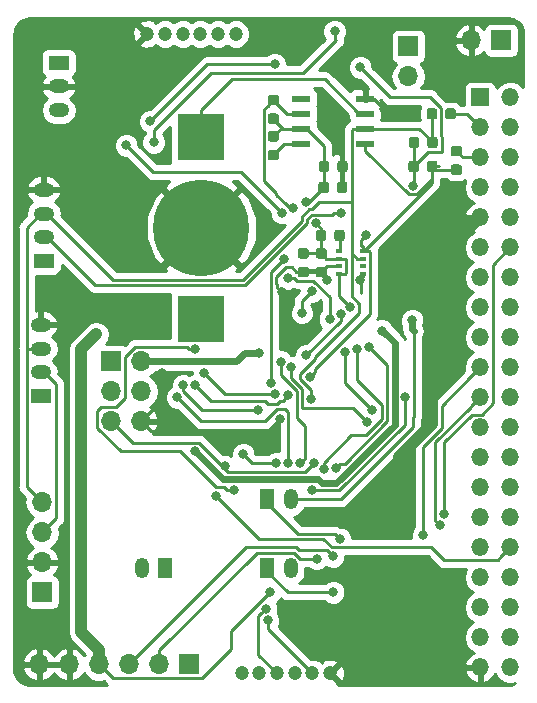
<source format=gbr>
G04 #@! TF.GenerationSoftware,KiCad,Pcbnew,(5.0.2)-1*
G04 #@! TF.CreationDate,2019-05-12T16:54:14-07:00*
G04 #@! TF.ProjectId,controlBoard_rev0401,636f6e74-726f-46c4-926f-6172645f7265,rev?*
G04 #@! TF.SameCoordinates,Original*
G04 #@! TF.FileFunction,Copper,L2,Bot*
G04 #@! TF.FilePolarity,Positive*
%FSLAX46Y46*%
G04 Gerber Fmt 4.6, Leading zero omitted, Abs format (unit mm)*
G04 Created by KiCad (PCBNEW (5.0.2)-1) date 5/12/2019 4:54:14 PM*
%MOMM*%
%LPD*%
G01*
G04 APERTURE LIST*
G04 #@! TA.AperFunction,Conductor*
%ADD10C,0.100000*%
G04 #@! TD*
G04 #@! TA.AperFunction,SMDPad,CuDef*
%ADD11C,0.875000*%
G04 #@! TD*
G04 #@! TA.AperFunction,ComponentPad*
%ADD12R,1.700000X1.700000*%
G04 #@! TD*
G04 #@! TA.AperFunction,ComponentPad*
%ADD13O,1.700000X1.700000*%
G04 #@! TD*
G04 #@! TA.AperFunction,ComponentPad*
%ADD14R,1.500000X1.500000*%
G04 #@! TD*
G04 #@! TA.AperFunction,ComponentPad*
%ADD15O,1.500000X1.500000*%
G04 #@! TD*
G04 #@! TA.AperFunction,BGAPad,CuDef*
%ADD16C,8.130000*%
G04 #@! TD*
G04 #@! TA.AperFunction,SMDPad,CuDef*
%ADD17R,4.000000X4.000000*%
G04 #@! TD*
G04 #@! TA.AperFunction,ComponentPad*
%ADD18C,1.200000*%
G04 #@! TD*
G04 #@! TA.AperFunction,ComponentPad*
%ADD19O,1.200000X1.750000*%
G04 #@! TD*
G04 #@! TA.AperFunction,ComponentPad*
%ADD20R,1.200000X1.750000*%
G04 #@! TD*
G04 #@! TA.AperFunction,ComponentPad*
%ADD21O,1.750000X1.200000*%
G04 #@! TD*
G04 #@! TA.AperFunction,ComponentPad*
%ADD22R,1.750000X1.200000*%
G04 #@! TD*
G04 #@! TA.AperFunction,SMDPad,CuDef*
%ADD23R,0.500000X0.350000*%
G04 #@! TD*
G04 #@! TA.AperFunction,SMDPad,CuDef*
%ADD24R,1.550000X0.600000*%
G04 #@! TD*
G04 #@! TA.AperFunction,ViaPad*
%ADD25C,0.800000*%
G04 #@! TD*
G04 #@! TA.AperFunction,Conductor*
%ADD26C,0.250000*%
G04 #@! TD*
G04 #@! TA.AperFunction,Conductor*
%ADD27C,1.000000*%
G04 #@! TD*
G04 #@! TA.AperFunction,Conductor*
%ADD28C,0.600000*%
G04 #@! TD*
G04 #@! TA.AperFunction,Conductor*
%ADD29C,0.254000*%
G04 #@! TD*
G04 APERTURE END LIST*
D10*
G04 #@! TO.N,SCL*
G04 #@! TO.C,R8*
G36*
X38377691Y-13051053D02*
X38398926Y-13054203D01*
X38419750Y-13059419D01*
X38439962Y-13066651D01*
X38459368Y-13075830D01*
X38477781Y-13086866D01*
X38495024Y-13099654D01*
X38510930Y-13114070D01*
X38525346Y-13129976D01*
X38538134Y-13147219D01*
X38549170Y-13165632D01*
X38558349Y-13185038D01*
X38565581Y-13205250D01*
X38570797Y-13226074D01*
X38573947Y-13247309D01*
X38575000Y-13268750D01*
X38575000Y-13706250D01*
X38573947Y-13727691D01*
X38570797Y-13748926D01*
X38565581Y-13769750D01*
X38558349Y-13789962D01*
X38549170Y-13809368D01*
X38538134Y-13827781D01*
X38525346Y-13845024D01*
X38510930Y-13860930D01*
X38495024Y-13875346D01*
X38477781Y-13888134D01*
X38459368Y-13899170D01*
X38439962Y-13908349D01*
X38419750Y-13915581D01*
X38398926Y-13920797D01*
X38377691Y-13923947D01*
X38356250Y-13925000D01*
X37843750Y-13925000D01*
X37822309Y-13923947D01*
X37801074Y-13920797D01*
X37780250Y-13915581D01*
X37760038Y-13908349D01*
X37740632Y-13899170D01*
X37722219Y-13888134D01*
X37704976Y-13875346D01*
X37689070Y-13860930D01*
X37674654Y-13845024D01*
X37661866Y-13827781D01*
X37650830Y-13809368D01*
X37641651Y-13789962D01*
X37634419Y-13769750D01*
X37629203Y-13748926D01*
X37626053Y-13727691D01*
X37625000Y-13706250D01*
X37625000Y-13268750D01*
X37626053Y-13247309D01*
X37629203Y-13226074D01*
X37634419Y-13205250D01*
X37641651Y-13185038D01*
X37650830Y-13165632D01*
X37661866Y-13147219D01*
X37674654Y-13129976D01*
X37689070Y-13114070D01*
X37704976Y-13099654D01*
X37722219Y-13086866D01*
X37740632Y-13075830D01*
X37760038Y-13066651D01*
X37780250Y-13059419D01*
X37801074Y-13054203D01*
X37822309Y-13051053D01*
X37843750Y-13050000D01*
X38356250Y-13050000D01*
X38377691Y-13051053D01*
X38377691Y-13051053D01*
G37*
D11*
G04 #@! TD*
G04 #@! TO.P,R8,2*
G04 #@! TO.N,SCL*
X38100000Y-13487500D03*
D10*
G04 #@! TO.N,/Pi_SCL*
G04 #@! TO.C,R8*
G36*
X38377691Y-11476053D02*
X38398926Y-11479203D01*
X38419750Y-11484419D01*
X38439962Y-11491651D01*
X38459368Y-11500830D01*
X38477781Y-11511866D01*
X38495024Y-11524654D01*
X38510930Y-11539070D01*
X38525346Y-11554976D01*
X38538134Y-11572219D01*
X38549170Y-11590632D01*
X38558349Y-11610038D01*
X38565581Y-11630250D01*
X38570797Y-11651074D01*
X38573947Y-11672309D01*
X38575000Y-11693750D01*
X38575000Y-12131250D01*
X38573947Y-12152691D01*
X38570797Y-12173926D01*
X38565581Y-12194750D01*
X38558349Y-12214962D01*
X38549170Y-12234368D01*
X38538134Y-12252781D01*
X38525346Y-12270024D01*
X38510930Y-12285930D01*
X38495024Y-12300346D01*
X38477781Y-12313134D01*
X38459368Y-12324170D01*
X38439962Y-12333349D01*
X38419750Y-12340581D01*
X38398926Y-12345797D01*
X38377691Y-12348947D01*
X38356250Y-12350000D01*
X37843750Y-12350000D01*
X37822309Y-12348947D01*
X37801074Y-12345797D01*
X37780250Y-12340581D01*
X37760038Y-12333349D01*
X37740632Y-12324170D01*
X37722219Y-12313134D01*
X37704976Y-12300346D01*
X37689070Y-12285930D01*
X37674654Y-12270024D01*
X37661866Y-12252781D01*
X37650830Y-12234368D01*
X37641651Y-12214962D01*
X37634419Y-12194750D01*
X37629203Y-12173926D01*
X37626053Y-12152691D01*
X37625000Y-12131250D01*
X37625000Y-11693750D01*
X37626053Y-11672309D01*
X37629203Y-11651074D01*
X37634419Y-11630250D01*
X37641651Y-11610038D01*
X37650830Y-11590632D01*
X37661866Y-11572219D01*
X37674654Y-11554976D01*
X37689070Y-11539070D01*
X37704976Y-11524654D01*
X37722219Y-11511866D01*
X37740632Y-11500830D01*
X37760038Y-11491651D01*
X37780250Y-11484419D01*
X37801074Y-11479203D01*
X37822309Y-11476053D01*
X37843750Y-11475000D01*
X38356250Y-11475000D01*
X38377691Y-11476053D01*
X38377691Y-11476053D01*
G37*
D11*
G04 #@! TD*
G04 #@! TO.P,R8,1*
G04 #@! TO.N,/Pi_SCL*
X38100000Y-11912500D03*
D10*
G04 #@! TO.N,/Pi_SDA*
G04 #@! TO.C,R7*
G36*
X37857691Y-8289053D02*
X37878926Y-8292203D01*
X37899750Y-8297419D01*
X37919962Y-8304651D01*
X37939368Y-8313830D01*
X37957781Y-8324866D01*
X37975024Y-8337654D01*
X37990930Y-8352070D01*
X38005346Y-8367976D01*
X38018134Y-8385219D01*
X38029170Y-8403632D01*
X38038349Y-8423038D01*
X38045581Y-8443250D01*
X38050797Y-8464074D01*
X38053947Y-8485309D01*
X38055000Y-8506750D01*
X38055000Y-9019250D01*
X38053947Y-9040691D01*
X38050797Y-9061926D01*
X38045581Y-9082750D01*
X38038349Y-9102962D01*
X38029170Y-9122368D01*
X38018134Y-9140781D01*
X38005346Y-9158024D01*
X37990930Y-9173930D01*
X37975024Y-9188346D01*
X37957781Y-9201134D01*
X37939368Y-9212170D01*
X37919962Y-9221349D01*
X37899750Y-9228581D01*
X37878926Y-9233797D01*
X37857691Y-9236947D01*
X37836250Y-9238000D01*
X37398750Y-9238000D01*
X37377309Y-9236947D01*
X37356074Y-9233797D01*
X37335250Y-9228581D01*
X37315038Y-9221349D01*
X37295632Y-9212170D01*
X37277219Y-9201134D01*
X37259976Y-9188346D01*
X37244070Y-9173930D01*
X37229654Y-9158024D01*
X37216866Y-9140781D01*
X37205830Y-9122368D01*
X37196651Y-9102962D01*
X37189419Y-9082750D01*
X37184203Y-9061926D01*
X37181053Y-9040691D01*
X37180000Y-9019250D01*
X37180000Y-8506750D01*
X37181053Y-8485309D01*
X37184203Y-8464074D01*
X37189419Y-8443250D01*
X37196651Y-8423038D01*
X37205830Y-8403632D01*
X37216866Y-8385219D01*
X37229654Y-8367976D01*
X37244070Y-8352070D01*
X37259976Y-8337654D01*
X37277219Y-8324866D01*
X37295632Y-8313830D01*
X37315038Y-8304651D01*
X37335250Y-8297419D01*
X37356074Y-8292203D01*
X37377309Y-8289053D01*
X37398750Y-8288000D01*
X37836250Y-8288000D01*
X37857691Y-8289053D01*
X37857691Y-8289053D01*
G37*
D11*
G04 #@! TD*
G04 #@! TO.P,R7,1*
G04 #@! TO.N,/Pi_SDA*
X37617500Y-8763000D03*
D10*
G04 #@! TO.N,SDA*
G04 #@! TO.C,R7*
G36*
X36282691Y-8289053D02*
X36303926Y-8292203D01*
X36324750Y-8297419D01*
X36344962Y-8304651D01*
X36364368Y-8313830D01*
X36382781Y-8324866D01*
X36400024Y-8337654D01*
X36415930Y-8352070D01*
X36430346Y-8367976D01*
X36443134Y-8385219D01*
X36454170Y-8403632D01*
X36463349Y-8423038D01*
X36470581Y-8443250D01*
X36475797Y-8464074D01*
X36478947Y-8485309D01*
X36480000Y-8506750D01*
X36480000Y-9019250D01*
X36478947Y-9040691D01*
X36475797Y-9061926D01*
X36470581Y-9082750D01*
X36463349Y-9102962D01*
X36454170Y-9122368D01*
X36443134Y-9140781D01*
X36430346Y-9158024D01*
X36415930Y-9173930D01*
X36400024Y-9188346D01*
X36382781Y-9201134D01*
X36364368Y-9212170D01*
X36344962Y-9221349D01*
X36324750Y-9228581D01*
X36303926Y-9233797D01*
X36282691Y-9236947D01*
X36261250Y-9238000D01*
X35823750Y-9238000D01*
X35802309Y-9236947D01*
X35781074Y-9233797D01*
X35760250Y-9228581D01*
X35740038Y-9221349D01*
X35720632Y-9212170D01*
X35702219Y-9201134D01*
X35684976Y-9188346D01*
X35669070Y-9173930D01*
X35654654Y-9158024D01*
X35641866Y-9140781D01*
X35630830Y-9122368D01*
X35621651Y-9102962D01*
X35614419Y-9082750D01*
X35609203Y-9061926D01*
X35606053Y-9040691D01*
X35605000Y-9019250D01*
X35605000Y-8506750D01*
X35606053Y-8485309D01*
X35609203Y-8464074D01*
X35614419Y-8443250D01*
X35621651Y-8423038D01*
X35630830Y-8403632D01*
X35641866Y-8385219D01*
X35654654Y-8367976D01*
X35669070Y-8352070D01*
X35684976Y-8337654D01*
X35702219Y-8324866D01*
X35720632Y-8313830D01*
X35740038Y-8304651D01*
X35760250Y-8297419D01*
X35781074Y-8292203D01*
X35802309Y-8289053D01*
X35823750Y-8288000D01*
X36261250Y-8288000D01*
X36282691Y-8289053D01*
X36282691Y-8289053D01*
G37*
D11*
G04 #@! TD*
G04 #@! TO.P,R7,2*
G04 #@! TO.N,SDA*
X36042500Y-8763000D03*
D12*
G04 #@! TO.P,C8,1*
G04 #@! TO.N,Vpi*
X41910000Y-2540000D03*
D13*
G04 #@! TO.P,C8,2*
G04 #@! TO.N,GND*
X39370000Y-2540000D03*
G04 #@! TD*
D12*
G04 #@! TO.P,U8,1*
G04 #@! TO.N,Net-(C18-Pad1)*
X15494000Y-55372000D03*
D13*
G04 #@! TO.P,U8,2*
G04 #@! TO.N,TXD*
X12954000Y-55372000D03*
G04 #@! TO.P,U8,3*
G04 #@! TO.N,RXD*
X10414000Y-55372000D03*
G04 #@! TO.P,U8,4*
G04 #@! TO.N,3.3V_ARD*
X7874000Y-55372000D03*
G04 #@! TO.P,U8,5*
G04 #@! TO.N,GND*
X5334000Y-55372000D03*
G04 #@! TO.P,U8,6*
X2794000Y-55372000D03*
G04 #@! TD*
D14*
G04 #@! TO.P,U5,1*
G04 #@! TO.N,Net-(U5-Pad1)*
X40132000Y-7366000D03*
D15*
G04 #@! TO.P,U5,2*
G04 #@! TO.N,/Pi_SDA*
X40132000Y-9906000D03*
G04 #@! TO.P,U5,3*
G04 #@! TO.N,/Pi_SCL*
X40132000Y-12446000D03*
G04 #@! TO.P,U5,4*
G04 #@! TO.N,GPIO4*
X40132000Y-14986000D03*
G04 #@! TO.P,U5,5*
G04 #@! TO.N,GND*
X40132000Y-17526000D03*
G04 #@! TO.P,U5,6*
G04 #@! TO.N,3.3V_CTL*
X40132000Y-20066000D03*
G04 #@! TO.P,U5,7*
G04 #@! TO.N,GPIO27*
X40132000Y-22606000D03*
G04 #@! TO.P,U5,8*
G04 #@! TO.N,Net-(U5-Pad8)*
X40132000Y-25146000D03*
G04 #@! TO.P,U5,9*
G04 #@! TO.N,Net-(U5-Pad9)*
X40132000Y-27686000D03*
G04 #@! TO.P,U5,10*
G04 #@! TO.N,PUSH*
X40132000Y-30226000D03*
G04 #@! TO.P,U5,11*
G04 #@! TO.N,PUSH2*
X40132000Y-32766000D03*
G04 #@! TO.P,U5,12*
G04 #@! TO.N,Vhall*
X40132000Y-35306000D03*
G04 #@! TO.P,U5,13*
G04 #@! TO.N,Net-(U5-Pad13)*
X40132000Y-37846000D03*
G04 #@! TO.P,U5,14*
G04 #@! TO.N,Net-(U5-Pad14)*
X40132000Y-40386000D03*
G04 #@! TO.P,U5,15*
G04 #@! TO.N,Net-(U5-Pad15)*
X40132000Y-42926000D03*
G04 #@! TO.P,U5,16*
G04 #@! TO.N,Net-(U5-Pad16)*
X40132000Y-45466000D03*
G04 #@! TO.P,U5,17*
G04 #@! TO.N,Net-(U5-Pad17)*
X40132000Y-48006000D03*
G04 #@! TO.P,U5,18*
G04 #@! TO.N,Torch*
X40132000Y-50546000D03*
G04 #@! TO.P,U5,19*
G04 #@! TO.N,Flash*
X40132000Y-53086000D03*
G04 #@! TO.P,U5,20*
G04 #@! TO.N,GND*
X40132000Y-55626000D03*
G04 #@! TO.P,U5,21*
G04 #@! TO.N,Net-(D7-Pad2)*
X42672000Y-55626000D03*
G04 #@! TO.P,U5,22*
G04 #@! TO.N,Net-(U5-Pad22)*
X42672000Y-53086000D03*
G04 #@! TO.P,U5,23*
G04 #@! TO.N,Net-(U5-Pad23)*
X42672000Y-50546000D03*
G04 #@! TO.P,U5,24*
G04 #@! TO.N,GND*
X42672000Y-48006000D03*
G04 #@! TO.P,U5,25*
G04 #@! TO.N,FAN_CTL*
X42672000Y-45466000D03*
G04 #@! TO.P,U5,26*
G04 #@! TO.N,Net-(U5-Pad26)*
X42672000Y-42926000D03*
G04 #@! TO.P,U5,27*
G04 #@! TO.N,Net-(U5-Pad27)*
X42672000Y-40386000D03*
G04 #@! TO.P,U5,28*
G04 #@! TO.N,Net-(U5-Pad28)*
X42672000Y-37846000D03*
G04 #@! TO.P,U5,29*
G04 #@! TO.N,Net-(U5-Pad29)*
X42672000Y-35306000D03*
G04 #@! TO.P,U5,30*
G04 #@! TO.N,Net-(U5-Pad30)*
X42672000Y-32766000D03*
G04 #@! TO.P,U5,31*
G04 #@! TO.N,Net-(U5-Pad31)*
X42672000Y-30226000D03*
G04 #@! TO.P,U5,32*
G04 #@! TO.N,PI_SIG*
X42672000Y-27686000D03*
G04 #@! TO.P,U5,33*
G04 #@! TO.N,RST*
X42672000Y-25146000D03*
G04 #@! TO.P,U5,34*
G04 #@! TO.N,Net-(U5-Pad34)*
X42672000Y-22606000D03*
G04 #@! TO.P,U5,35*
G04 #@! TO.N,LED_EN*
X42672000Y-20066000D03*
G04 #@! TO.P,U5,36*
G04 #@! TO.N,Net-(R11-Pad2)*
X42672000Y-17526000D03*
G04 #@! TO.P,U5,37*
G04 #@! TO.N,Net-(R5-Pad2)*
X42672000Y-14986000D03*
G04 #@! TO.P,U5,38*
G04 #@! TO.N,GND*
X42672000Y-12446000D03*
G04 #@! TO.P,U5,39*
G04 #@! TO.N,Vpi*
X42672000Y-9906000D03*
G04 #@! TO.P,U5,40*
X42672000Y-7366000D03*
G04 #@! TD*
D16*
G04 #@! TO.P,U7,1*
G04 #@! TO.N,GND*
X16510000Y-18415000D03*
D17*
G04 #@! TO.P,U7,2*
G04 #@! TO.N,Net-(U7-Pad2)*
X16510000Y-26110000D03*
G04 #@! TO.P,U7,3*
G04 #@! TO.N,Net-(U7-Pad3)*
X16510000Y-10720000D03*
G04 #@! TD*
D18*
G04 #@! TO.P,J4,1*
G04 #@! TO.N,GND*
X27432000Y-56134000D03*
G04 #@! TO.P,J4,2*
G04 #@! TO.N,I_LED*
X25932000Y-56134000D03*
G04 #@! TO.P,J4,3*
G04 #@! TO.N,Flash*
X24432000Y-56134000D03*
G04 #@! TO.P,J4,4*
G04 #@! TO.N,Torch*
X22932000Y-56134000D03*
G04 #@! TO.P,J4,5*
G04 #@! TO.N,LED_EN*
X21432000Y-56134000D03*
G04 #@! TO.P,J4,6*
G04 #@! TO.N,LED_SENSE*
X19932000Y-56134000D03*
G04 #@! TD*
D10*
G04 #@! TO.N,3.3V_out*
G04 #@! TO.C,C15*
G36*
X26947691Y-20137553D02*
X26968926Y-20140703D01*
X26989750Y-20145919D01*
X27009962Y-20153151D01*
X27029368Y-20162330D01*
X27047781Y-20173366D01*
X27065024Y-20186154D01*
X27080930Y-20200570D01*
X27095346Y-20216476D01*
X27108134Y-20233719D01*
X27119170Y-20252132D01*
X27128349Y-20271538D01*
X27135581Y-20291750D01*
X27140797Y-20312574D01*
X27143947Y-20333809D01*
X27145000Y-20355250D01*
X27145000Y-20792750D01*
X27143947Y-20814191D01*
X27140797Y-20835426D01*
X27135581Y-20856250D01*
X27128349Y-20876462D01*
X27119170Y-20895868D01*
X27108134Y-20914281D01*
X27095346Y-20931524D01*
X27080930Y-20947430D01*
X27065024Y-20961846D01*
X27047781Y-20974634D01*
X27029368Y-20985670D01*
X27009962Y-20994849D01*
X26989750Y-21002081D01*
X26968926Y-21007297D01*
X26947691Y-21010447D01*
X26926250Y-21011500D01*
X26413750Y-21011500D01*
X26392309Y-21010447D01*
X26371074Y-21007297D01*
X26350250Y-21002081D01*
X26330038Y-20994849D01*
X26310632Y-20985670D01*
X26292219Y-20974634D01*
X26274976Y-20961846D01*
X26259070Y-20947430D01*
X26244654Y-20931524D01*
X26231866Y-20914281D01*
X26220830Y-20895868D01*
X26211651Y-20876462D01*
X26204419Y-20856250D01*
X26199203Y-20835426D01*
X26196053Y-20814191D01*
X26195000Y-20792750D01*
X26195000Y-20355250D01*
X26196053Y-20333809D01*
X26199203Y-20312574D01*
X26204419Y-20291750D01*
X26211651Y-20271538D01*
X26220830Y-20252132D01*
X26231866Y-20233719D01*
X26244654Y-20216476D01*
X26259070Y-20200570D01*
X26274976Y-20186154D01*
X26292219Y-20173366D01*
X26310632Y-20162330D01*
X26330038Y-20153151D01*
X26350250Y-20145919D01*
X26371074Y-20140703D01*
X26392309Y-20137553D01*
X26413750Y-20136500D01*
X26926250Y-20136500D01*
X26947691Y-20137553D01*
X26947691Y-20137553D01*
G37*
D11*
G04 #@! TD*
G04 #@! TO.P,C15,1*
G04 #@! TO.N,3.3V_out*
X26670000Y-20574000D03*
D10*
G04 #@! TO.N,GND*
G04 #@! TO.C,C15*
G36*
X26947691Y-21712553D02*
X26968926Y-21715703D01*
X26989750Y-21720919D01*
X27009962Y-21728151D01*
X27029368Y-21737330D01*
X27047781Y-21748366D01*
X27065024Y-21761154D01*
X27080930Y-21775570D01*
X27095346Y-21791476D01*
X27108134Y-21808719D01*
X27119170Y-21827132D01*
X27128349Y-21846538D01*
X27135581Y-21866750D01*
X27140797Y-21887574D01*
X27143947Y-21908809D01*
X27145000Y-21930250D01*
X27145000Y-22367750D01*
X27143947Y-22389191D01*
X27140797Y-22410426D01*
X27135581Y-22431250D01*
X27128349Y-22451462D01*
X27119170Y-22470868D01*
X27108134Y-22489281D01*
X27095346Y-22506524D01*
X27080930Y-22522430D01*
X27065024Y-22536846D01*
X27047781Y-22549634D01*
X27029368Y-22560670D01*
X27009962Y-22569849D01*
X26989750Y-22577081D01*
X26968926Y-22582297D01*
X26947691Y-22585447D01*
X26926250Y-22586500D01*
X26413750Y-22586500D01*
X26392309Y-22585447D01*
X26371074Y-22582297D01*
X26350250Y-22577081D01*
X26330038Y-22569849D01*
X26310632Y-22560670D01*
X26292219Y-22549634D01*
X26274976Y-22536846D01*
X26259070Y-22522430D01*
X26244654Y-22506524D01*
X26231866Y-22489281D01*
X26220830Y-22470868D01*
X26211651Y-22451462D01*
X26204419Y-22431250D01*
X26199203Y-22410426D01*
X26196053Y-22389191D01*
X26195000Y-22367750D01*
X26195000Y-21930250D01*
X26196053Y-21908809D01*
X26199203Y-21887574D01*
X26204419Y-21866750D01*
X26211651Y-21846538D01*
X26220830Y-21827132D01*
X26231866Y-21808719D01*
X26244654Y-21791476D01*
X26259070Y-21775570D01*
X26274976Y-21761154D01*
X26292219Y-21748366D01*
X26310632Y-21737330D01*
X26330038Y-21728151D01*
X26350250Y-21720919D01*
X26371074Y-21715703D01*
X26392309Y-21712553D01*
X26413750Y-21711500D01*
X26926250Y-21711500D01*
X26947691Y-21712553D01*
X26947691Y-21712553D01*
G37*
D11*
G04 #@! TD*
G04 #@! TO.P,C15,2*
G04 #@! TO.N,GND*
X26670000Y-22149000D03*
D10*
G04 #@! TO.N,GND*
G04 #@! TO.C,C12*
G36*
X28713691Y-12734053D02*
X28734926Y-12737203D01*
X28755750Y-12742419D01*
X28775962Y-12749651D01*
X28795368Y-12758830D01*
X28813781Y-12769866D01*
X28831024Y-12782654D01*
X28846930Y-12797070D01*
X28861346Y-12812976D01*
X28874134Y-12830219D01*
X28885170Y-12848632D01*
X28894349Y-12868038D01*
X28901581Y-12888250D01*
X28906797Y-12909074D01*
X28909947Y-12930309D01*
X28911000Y-12951750D01*
X28911000Y-13464250D01*
X28909947Y-13485691D01*
X28906797Y-13506926D01*
X28901581Y-13527750D01*
X28894349Y-13547962D01*
X28885170Y-13567368D01*
X28874134Y-13585781D01*
X28861346Y-13603024D01*
X28846930Y-13618930D01*
X28831024Y-13633346D01*
X28813781Y-13646134D01*
X28795368Y-13657170D01*
X28775962Y-13666349D01*
X28755750Y-13673581D01*
X28734926Y-13678797D01*
X28713691Y-13681947D01*
X28692250Y-13683000D01*
X28254750Y-13683000D01*
X28233309Y-13681947D01*
X28212074Y-13678797D01*
X28191250Y-13673581D01*
X28171038Y-13666349D01*
X28151632Y-13657170D01*
X28133219Y-13646134D01*
X28115976Y-13633346D01*
X28100070Y-13618930D01*
X28085654Y-13603024D01*
X28072866Y-13585781D01*
X28061830Y-13567368D01*
X28052651Y-13547962D01*
X28045419Y-13527750D01*
X28040203Y-13506926D01*
X28037053Y-13485691D01*
X28036000Y-13464250D01*
X28036000Y-12951750D01*
X28037053Y-12930309D01*
X28040203Y-12909074D01*
X28045419Y-12888250D01*
X28052651Y-12868038D01*
X28061830Y-12848632D01*
X28072866Y-12830219D01*
X28085654Y-12812976D01*
X28100070Y-12797070D01*
X28115976Y-12782654D01*
X28133219Y-12769866D01*
X28151632Y-12758830D01*
X28171038Y-12749651D01*
X28191250Y-12742419D01*
X28212074Y-12737203D01*
X28233309Y-12734053D01*
X28254750Y-12733000D01*
X28692250Y-12733000D01*
X28713691Y-12734053D01*
X28713691Y-12734053D01*
G37*
D11*
G04 #@! TD*
G04 #@! TO.P,C12,2*
G04 #@! TO.N,GND*
X28473500Y-13208000D03*
D10*
G04 #@! TO.N,3.3V_out*
G04 #@! TO.C,C12*
G36*
X27138691Y-12734053D02*
X27159926Y-12737203D01*
X27180750Y-12742419D01*
X27200962Y-12749651D01*
X27220368Y-12758830D01*
X27238781Y-12769866D01*
X27256024Y-12782654D01*
X27271930Y-12797070D01*
X27286346Y-12812976D01*
X27299134Y-12830219D01*
X27310170Y-12848632D01*
X27319349Y-12868038D01*
X27326581Y-12888250D01*
X27331797Y-12909074D01*
X27334947Y-12930309D01*
X27336000Y-12951750D01*
X27336000Y-13464250D01*
X27334947Y-13485691D01*
X27331797Y-13506926D01*
X27326581Y-13527750D01*
X27319349Y-13547962D01*
X27310170Y-13567368D01*
X27299134Y-13585781D01*
X27286346Y-13603024D01*
X27271930Y-13618930D01*
X27256024Y-13633346D01*
X27238781Y-13646134D01*
X27220368Y-13657170D01*
X27200962Y-13666349D01*
X27180750Y-13673581D01*
X27159926Y-13678797D01*
X27138691Y-13681947D01*
X27117250Y-13683000D01*
X26679750Y-13683000D01*
X26658309Y-13681947D01*
X26637074Y-13678797D01*
X26616250Y-13673581D01*
X26596038Y-13666349D01*
X26576632Y-13657170D01*
X26558219Y-13646134D01*
X26540976Y-13633346D01*
X26525070Y-13618930D01*
X26510654Y-13603024D01*
X26497866Y-13585781D01*
X26486830Y-13567368D01*
X26477651Y-13547962D01*
X26470419Y-13527750D01*
X26465203Y-13506926D01*
X26462053Y-13485691D01*
X26461000Y-13464250D01*
X26461000Y-12951750D01*
X26462053Y-12930309D01*
X26465203Y-12909074D01*
X26470419Y-12888250D01*
X26477651Y-12868038D01*
X26486830Y-12848632D01*
X26497866Y-12830219D01*
X26510654Y-12812976D01*
X26525070Y-12797070D01*
X26540976Y-12782654D01*
X26558219Y-12769866D01*
X26576632Y-12758830D01*
X26596038Y-12749651D01*
X26616250Y-12742419D01*
X26637074Y-12737203D01*
X26658309Y-12734053D01*
X26679750Y-12733000D01*
X27117250Y-12733000D01*
X27138691Y-12734053D01*
X27138691Y-12734053D01*
G37*
D11*
G04 #@! TD*
G04 #@! TO.P,C12,1*
G04 #@! TO.N,3.3V_out*
X26898500Y-13208000D03*
D10*
G04 #@! TO.N,3.3V_out*
G04 #@! TO.C,C11*
G36*
X27113191Y-14512053D02*
X27134426Y-14515203D01*
X27155250Y-14520419D01*
X27175462Y-14527651D01*
X27194868Y-14536830D01*
X27213281Y-14547866D01*
X27230524Y-14560654D01*
X27246430Y-14575070D01*
X27260846Y-14590976D01*
X27273634Y-14608219D01*
X27284670Y-14626632D01*
X27293849Y-14646038D01*
X27301081Y-14666250D01*
X27306297Y-14687074D01*
X27309447Y-14708309D01*
X27310500Y-14729750D01*
X27310500Y-15242250D01*
X27309447Y-15263691D01*
X27306297Y-15284926D01*
X27301081Y-15305750D01*
X27293849Y-15325962D01*
X27284670Y-15345368D01*
X27273634Y-15363781D01*
X27260846Y-15381024D01*
X27246430Y-15396930D01*
X27230524Y-15411346D01*
X27213281Y-15424134D01*
X27194868Y-15435170D01*
X27175462Y-15444349D01*
X27155250Y-15451581D01*
X27134426Y-15456797D01*
X27113191Y-15459947D01*
X27091750Y-15461000D01*
X26654250Y-15461000D01*
X26632809Y-15459947D01*
X26611574Y-15456797D01*
X26590750Y-15451581D01*
X26570538Y-15444349D01*
X26551132Y-15435170D01*
X26532719Y-15424134D01*
X26515476Y-15411346D01*
X26499570Y-15396930D01*
X26485154Y-15381024D01*
X26472366Y-15363781D01*
X26461330Y-15345368D01*
X26452151Y-15325962D01*
X26444919Y-15305750D01*
X26439703Y-15284926D01*
X26436553Y-15263691D01*
X26435500Y-15242250D01*
X26435500Y-14729750D01*
X26436553Y-14708309D01*
X26439703Y-14687074D01*
X26444919Y-14666250D01*
X26452151Y-14646038D01*
X26461330Y-14626632D01*
X26472366Y-14608219D01*
X26485154Y-14590976D01*
X26499570Y-14575070D01*
X26515476Y-14560654D01*
X26532719Y-14547866D01*
X26551132Y-14536830D01*
X26570538Y-14527651D01*
X26590750Y-14520419D01*
X26611574Y-14515203D01*
X26632809Y-14512053D01*
X26654250Y-14511000D01*
X27091750Y-14511000D01*
X27113191Y-14512053D01*
X27113191Y-14512053D01*
G37*
D11*
G04 #@! TD*
G04 #@! TO.P,C11,1*
G04 #@! TO.N,3.3V_out*
X26873000Y-14986000D03*
D10*
G04 #@! TO.N,GND*
G04 #@! TO.C,C11*
G36*
X28688191Y-14512053D02*
X28709426Y-14515203D01*
X28730250Y-14520419D01*
X28750462Y-14527651D01*
X28769868Y-14536830D01*
X28788281Y-14547866D01*
X28805524Y-14560654D01*
X28821430Y-14575070D01*
X28835846Y-14590976D01*
X28848634Y-14608219D01*
X28859670Y-14626632D01*
X28868849Y-14646038D01*
X28876081Y-14666250D01*
X28881297Y-14687074D01*
X28884447Y-14708309D01*
X28885500Y-14729750D01*
X28885500Y-15242250D01*
X28884447Y-15263691D01*
X28881297Y-15284926D01*
X28876081Y-15305750D01*
X28868849Y-15325962D01*
X28859670Y-15345368D01*
X28848634Y-15363781D01*
X28835846Y-15381024D01*
X28821430Y-15396930D01*
X28805524Y-15411346D01*
X28788281Y-15424134D01*
X28769868Y-15435170D01*
X28750462Y-15444349D01*
X28730250Y-15451581D01*
X28709426Y-15456797D01*
X28688191Y-15459947D01*
X28666750Y-15461000D01*
X28229250Y-15461000D01*
X28207809Y-15459947D01*
X28186574Y-15456797D01*
X28165750Y-15451581D01*
X28145538Y-15444349D01*
X28126132Y-15435170D01*
X28107719Y-15424134D01*
X28090476Y-15411346D01*
X28074570Y-15396930D01*
X28060154Y-15381024D01*
X28047366Y-15363781D01*
X28036330Y-15345368D01*
X28027151Y-15325962D01*
X28019919Y-15305750D01*
X28014703Y-15284926D01*
X28011553Y-15263691D01*
X28010500Y-15242250D01*
X28010500Y-14729750D01*
X28011553Y-14708309D01*
X28014703Y-14687074D01*
X28019919Y-14666250D01*
X28027151Y-14646038D01*
X28036330Y-14626632D01*
X28047366Y-14608219D01*
X28060154Y-14590976D01*
X28074570Y-14575070D01*
X28090476Y-14560654D01*
X28107719Y-14547866D01*
X28126132Y-14536830D01*
X28145538Y-14527651D01*
X28165750Y-14520419D01*
X28186574Y-14515203D01*
X28207809Y-14512053D01*
X28229250Y-14511000D01*
X28666750Y-14511000D01*
X28688191Y-14512053D01*
X28688191Y-14512053D01*
G37*
D11*
G04 #@! TD*
G04 #@! TO.P,C11,2*
G04 #@! TO.N,GND*
X28448000Y-14986000D03*
D10*
G04 #@! TO.N,3.3V_out*
G04 #@! TO.C,C16*
G36*
X25423691Y-20137553D02*
X25444926Y-20140703D01*
X25465750Y-20145919D01*
X25485962Y-20153151D01*
X25505368Y-20162330D01*
X25523781Y-20173366D01*
X25541024Y-20186154D01*
X25556930Y-20200570D01*
X25571346Y-20216476D01*
X25584134Y-20233719D01*
X25595170Y-20252132D01*
X25604349Y-20271538D01*
X25611581Y-20291750D01*
X25616797Y-20312574D01*
X25619947Y-20333809D01*
X25621000Y-20355250D01*
X25621000Y-20792750D01*
X25619947Y-20814191D01*
X25616797Y-20835426D01*
X25611581Y-20856250D01*
X25604349Y-20876462D01*
X25595170Y-20895868D01*
X25584134Y-20914281D01*
X25571346Y-20931524D01*
X25556930Y-20947430D01*
X25541024Y-20961846D01*
X25523781Y-20974634D01*
X25505368Y-20985670D01*
X25485962Y-20994849D01*
X25465750Y-21002081D01*
X25444926Y-21007297D01*
X25423691Y-21010447D01*
X25402250Y-21011500D01*
X24889750Y-21011500D01*
X24868309Y-21010447D01*
X24847074Y-21007297D01*
X24826250Y-21002081D01*
X24806038Y-20994849D01*
X24786632Y-20985670D01*
X24768219Y-20974634D01*
X24750976Y-20961846D01*
X24735070Y-20947430D01*
X24720654Y-20931524D01*
X24707866Y-20914281D01*
X24696830Y-20895868D01*
X24687651Y-20876462D01*
X24680419Y-20856250D01*
X24675203Y-20835426D01*
X24672053Y-20814191D01*
X24671000Y-20792750D01*
X24671000Y-20355250D01*
X24672053Y-20333809D01*
X24675203Y-20312574D01*
X24680419Y-20291750D01*
X24687651Y-20271538D01*
X24696830Y-20252132D01*
X24707866Y-20233719D01*
X24720654Y-20216476D01*
X24735070Y-20200570D01*
X24750976Y-20186154D01*
X24768219Y-20173366D01*
X24786632Y-20162330D01*
X24806038Y-20153151D01*
X24826250Y-20145919D01*
X24847074Y-20140703D01*
X24868309Y-20137553D01*
X24889750Y-20136500D01*
X25402250Y-20136500D01*
X25423691Y-20137553D01*
X25423691Y-20137553D01*
G37*
D11*
G04 #@! TD*
G04 #@! TO.P,C16,1*
G04 #@! TO.N,3.3V_out*
X25146000Y-20574000D03*
D10*
G04 #@! TO.N,GND*
G04 #@! TO.C,C16*
G36*
X25423691Y-21712553D02*
X25444926Y-21715703D01*
X25465750Y-21720919D01*
X25485962Y-21728151D01*
X25505368Y-21737330D01*
X25523781Y-21748366D01*
X25541024Y-21761154D01*
X25556930Y-21775570D01*
X25571346Y-21791476D01*
X25584134Y-21808719D01*
X25595170Y-21827132D01*
X25604349Y-21846538D01*
X25611581Y-21866750D01*
X25616797Y-21887574D01*
X25619947Y-21908809D01*
X25621000Y-21930250D01*
X25621000Y-22367750D01*
X25619947Y-22389191D01*
X25616797Y-22410426D01*
X25611581Y-22431250D01*
X25604349Y-22451462D01*
X25595170Y-22470868D01*
X25584134Y-22489281D01*
X25571346Y-22506524D01*
X25556930Y-22522430D01*
X25541024Y-22536846D01*
X25523781Y-22549634D01*
X25505368Y-22560670D01*
X25485962Y-22569849D01*
X25465750Y-22577081D01*
X25444926Y-22582297D01*
X25423691Y-22585447D01*
X25402250Y-22586500D01*
X24889750Y-22586500D01*
X24868309Y-22585447D01*
X24847074Y-22582297D01*
X24826250Y-22577081D01*
X24806038Y-22569849D01*
X24786632Y-22560670D01*
X24768219Y-22549634D01*
X24750976Y-22536846D01*
X24735070Y-22522430D01*
X24720654Y-22506524D01*
X24707866Y-22489281D01*
X24696830Y-22470868D01*
X24687651Y-22451462D01*
X24680419Y-22431250D01*
X24675203Y-22410426D01*
X24672053Y-22389191D01*
X24671000Y-22367750D01*
X24671000Y-21930250D01*
X24672053Y-21908809D01*
X24675203Y-21887574D01*
X24680419Y-21866750D01*
X24687651Y-21846538D01*
X24696830Y-21827132D01*
X24707866Y-21808719D01*
X24720654Y-21791476D01*
X24735070Y-21775570D01*
X24750976Y-21761154D01*
X24768219Y-21748366D01*
X24786632Y-21737330D01*
X24806038Y-21728151D01*
X24826250Y-21720919D01*
X24847074Y-21715703D01*
X24868309Y-21712553D01*
X24889750Y-21711500D01*
X25402250Y-21711500D01*
X25423691Y-21712553D01*
X25423691Y-21712553D01*
G37*
D11*
G04 #@! TD*
G04 #@! TO.P,C16,2*
G04 #@! TO.N,GND*
X25146000Y-22149000D03*
D19*
G04 #@! TO.P,J15,2*
G04 #@! TO.N,Net-(J15-Pad2)*
X11462000Y-47244000D03*
D20*
G04 #@! TO.P,J15,1*
G04 #@! TO.N,3.3V_out*
X13462000Y-47244000D03*
G04 #@! TD*
G04 #@! TO.P,J12,1*
G04 #@! TO.N,PUSH2*
X22098000Y-47244000D03*
D19*
G04 #@! TO.P,J12,2*
G04 #@! TO.N,3.3V_ARD*
X24098000Y-47244000D03*
G04 #@! TD*
D20*
G04 #@! TO.P,J11,1*
G04 #@! TO.N,PUSH*
X22098000Y-41402000D03*
D19*
G04 #@! TO.P,J11,2*
G04 #@! TO.N,3.3V_ARD*
X24098000Y-41402000D03*
G04 #@! TD*
D21*
G04 #@! TO.P,J14,3*
G04 #@! TO.N,Vhall*
X4445000Y-8445000D03*
G04 #@! TO.P,J14,2*
G04 #@! TO.N,GND*
X4445000Y-6445000D03*
D22*
G04 #@! TO.P,J14,1*
G04 #@! TO.N,5V*
X4445000Y-4445000D03*
G04 #@! TD*
D21*
G04 #@! TO.P,J6,4*
G04 #@! TO.N,GND*
X3175000Y-15209000D03*
G04 #@! TO.P,J6,3*
G04 #@! TO.N,SDA*
X3175000Y-17209000D03*
G04 #@! TO.P,J6,2*
G04 #@! TO.N,SCL*
X3175000Y-19209000D03*
D22*
G04 #@! TO.P,J6,1*
G04 #@! TO.N,3.3V_out*
X3175000Y-21209000D03*
G04 #@! TD*
G04 #@! TO.P,J7,1*
G04 #@! TO.N,3.3V_out*
X2921000Y-32639000D03*
D21*
G04 #@! TO.P,J7,2*
G04 #@! TO.N,SCL*
X2921000Y-30639000D03*
G04 #@! TO.P,J7,3*
G04 #@! TO.N,SDA*
X2921000Y-28639000D03*
G04 #@! TO.P,J7,4*
G04 #@! TO.N,GND*
X2921000Y-26639000D03*
G04 #@! TD*
D12*
G04 #@! TO.P,J2,1*
G04 #@! TO.N,Vpi*
X34036000Y-3048000D03*
D13*
G04 #@! TO.P,J2,2*
G04 #@! TO.N,5V*
X34036000Y-5588000D03*
G04 #@! TD*
D12*
G04 #@! TO.P,U6,1*
G04 #@! TO.N,3.3V_out*
X3048000Y-49276000D03*
D13*
G04 #@! TO.P,U6,2*
G04 #@! TO.N,GND*
X3048000Y-46736000D03*
G04 #@! TO.P,U6,3*
G04 #@! TO.N,SCL*
X3048000Y-44196000D03*
G04 #@! TO.P,U6,4*
G04 #@! TO.N,SDA*
X3048000Y-41656000D03*
G04 #@! TD*
D12*
G04 #@! TO.P,J1,1*
G04 #@! TO.N,MISO*
X8890000Y-29718000D03*
D13*
G04 #@! TO.P,J1,2*
G04 #@! TO.N,3.3V_ARD*
X11430000Y-29718000D03*
G04 #@! TO.P,J1,3*
G04 #@! TO.N,SCK*
X8890000Y-32258000D03*
G04 #@! TO.P,J1,4*
G04 #@! TO.N,MOSI*
X11430000Y-32258000D03*
G04 #@! TO.P,J1,5*
G04 #@! TO.N,RST*
X8890000Y-34798000D03*
G04 #@! TO.P,J1,6*
G04 #@! TO.N,GND*
X11430000Y-34798000D03*
G04 #@! TD*
D23*
G04 #@! TO.P,U10,4*
G04 #@! TO.N,SCL*
X30235000Y-20361000D03*
G04 #@! TO.P,U10,3*
G04 #@! TO.N,SDA*
X30235000Y-21011000D03*
G04 #@! TO.P,U10,2*
G04 #@! TO.N,Net-(U10-Pad2)*
X30235000Y-21661000D03*
G04 #@! TO.P,U10,1*
G04 #@! TO.N,GND*
X30235000Y-22311000D03*
G04 #@! TO.P,U10,8*
G04 #@! TO.N,3.3V_out*
X28185000Y-22311000D03*
G04 #@! TO.P,U10,7*
G04 #@! TO.N,GND*
X28185000Y-21661000D03*
G04 #@! TO.P,U10,6*
G04 #@! TO.N,3.3V_out*
X28185000Y-21011000D03*
G04 #@! TO.P,U10,5*
G04 #@! TO.N,Net-(R30-Pad2)*
X28185000Y-20361000D03*
G04 #@! TD*
D24*
G04 #@! TO.P,U9,1*
G04 #@! TO.N,Net-(R28-Pad2)*
X24986000Y-11303000D03*
G04 #@! TO.P,U9,2*
G04 #@! TO.N,3.3V_out*
X24986000Y-10033000D03*
G04 #@! TO.P,U9,3*
G04 #@! TO.N,alarm*
X24986000Y-8763000D03*
G04 #@! TO.P,U9,4*
G04 #@! TO.N,Net-(U9-Pad4)*
X24986000Y-7493000D03*
G04 #@! TO.P,U9,5*
G04 #@! TO.N,GND*
X30386000Y-7493000D03*
G04 #@! TO.P,U9,6*
G04 #@! TO.N,Net-(U7-Pad3)*
X30386000Y-8763000D03*
G04 #@! TO.P,U9,7*
G04 #@! TO.N,SDA*
X30386000Y-10033000D03*
G04 #@! TO.P,U9,8*
G04 #@! TO.N,SCL*
X30386000Y-11303000D03*
G04 #@! TD*
D10*
G04 #@! TO.N,SDA*
G04 #@! TO.C,R9*
G36*
X36333691Y-10702053D02*
X36354926Y-10705203D01*
X36375750Y-10710419D01*
X36395962Y-10717651D01*
X36415368Y-10726830D01*
X36433781Y-10737866D01*
X36451024Y-10750654D01*
X36466930Y-10765070D01*
X36481346Y-10780976D01*
X36494134Y-10798219D01*
X36505170Y-10816632D01*
X36514349Y-10836038D01*
X36521581Y-10856250D01*
X36526797Y-10877074D01*
X36529947Y-10898309D01*
X36531000Y-10919750D01*
X36531000Y-11432250D01*
X36529947Y-11453691D01*
X36526797Y-11474926D01*
X36521581Y-11495750D01*
X36514349Y-11515962D01*
X36505170Y-11535368D01*
X36494134Y-11553781D01*
X36481346Y-11571024D01*
X36466930Y-11586930D01*
X36451024Y-11601346D01*
X36433781Y-11614134D01*
X36415368Y-11625170D01*
X36395962Y-11634349D01*
X36375750Y-11641581D01*
X36354926Y-11646797D01*
X36333691Y-11649947D01*
X36312250Y-11651000D01*
X35874750Y-11651000D01*
X35853309Y-11649947D01*
X35832074Y-11646797D01*
X35811250Y-11641581D01*
X35791038Y-11634349D01*
X35771632Y-11625170D01*
X35753219Y-11614134D01*
X35735976Y-11601346D01*
X35720070Y-11586930D01*
X35705654Y-11571024D01*
X35692866Y-11553781D01*
X35681830Y-11535368D01*
X35672651Y-11515962D01*
X35665419Y-11495750D01*
X35660203Y-11474926D01*
X35657053Y-11453691D01*
X35656000Y-11432250D01*
X35656000Y-10919750D01*
X35657053Y-10898309D01*
X35660203Y-10877074D01*
X35665419Y-10856250D01*
X35672651Y-10836038D01*
X35681830Y-10816632D01*
X35692866Y-10798219D01*
X35705654Y-10780976D01*
X35720070Y-10765070D01*
X35735976Y-10750654D01*
X35753219Y-10737866D01*
X35771632Y-10726830D01*
X35791038Y-10717651D01*
X35811250Y-10710419D01*
X35832074Y-10705203D01*
X35853309Y-10702053D01*
X35874750Y-10701000D01*
X36312250Y-10701000D01*
X36333691Y-10702053D01*
X36333691Y-10702053D01*
G37*
D11*
G04 #@! TD*
G04 #@! TO.P,R9,2*
G04 #@! TO.N,SDA*
X36093500Y-11176000D03*
D10*
G04 #@! TO.N,3.3V_ARD*
G04 #@! TO.C,R9*
G36*
X34758691Y-10702053D02*
X34779926Y-10705203D01*
X34800750Y-10710419D01*
X34820962Y-10717651D01*
X34840368Y-10726830D01*
X34858781Y-10737866D01*
X34876024Y-10750654D01*
X34891930Y-10765070D01*
X34906346Y-10780976D01*
X34919134Y-10798219D01*
X34930170Y-10816632D01*
X34939349Y-10836038D01*
X34946581Y-10856250D01*
X34951797Y-10877074D01*
X34954947Y-10898309D01*
X34956000Y-10919750D01*
X34956000Y-11432250D01*
X34954947Y-11453691D01*
X34951797Y-11474926D01*
X34946581Y-11495750D01*
X34939349Y-11515962D01*
X34930170Y-11535368D01*
X34919134Y-11553781D01*
X34906346Y-11571024D01*
X34891930Y-11586930D01*
X34876024Y-11601346D01*
X34858781Y-11614134D01*
X34840368Y-11625170D01*
X34820962Y-11634349D01*
X34800750Y-11641581D01*
X34779926Y-11646797D01*
X34758691Y-11649947D01*
X34737250Y-11651000D01*
X34299750Y-11651000D01*
X34278309Y-11649947D01*
X34257074Y-11646797D01*
X34236250Y-11641581D01*
X34216038Y-11634349D01*
X34196632Y-11625170D01*
X34178219Y-11614134D01*
X34160976Y-11601346D01*
X34145070Y-11586930D01*
X34130654Y-11571024D01*
X34117866Y-11553781D01*
X34106830Y-11535368D01*
X34097651Y-11515962D01*
X34090419Y-11495750D01*
X34085203Y-11474926D01*
X34082053Y-11453691D01*
X34081000Y-11432250D01*
X34081000Y-10919750D01*
X34082053Y-10898309D01*
X34085203Y-10877074D01*
X34090419Y-10856250D01*
X34097651Y-10836038D01*
X34106830Y-10816632D01*
X34117866Y-10798219D01*
X34130654Y-10780976D01*
X34145070Y-10765070D01*
X34160976Y-10750654D01*
X34178219Y-10737866D01*
X34196632Y-10726830D01*
X34216038Y-10717651D01*
X34236250Y-10710419D01*
X34257074Y-10705203D01*
X34278309Y-10702053D01*
X34299750Y-10701000D01*
X34737250Y-10701000D01*
X34758691Y-10702053D01*
X34758691Y-10702053D01*
G37*
D11*
G04 #@! TD*
G04 #@! TO.P,R9,1*
G04 #@! TO.N,3.3V_ARD*
X34518500Y-11176000D03*
D10*
G04 #@! TO.N,3.3V_ARD*
G04 #@! TO.C,R10*
G36*
X34733191Y-12734053D02*
X34754426Y-12737203D01*
X34775250Y-12742419D01*
X34795462Y-12749651D01*
X34814868Y-12758830D01*
X34833281Y-12769866D01*
X34850524Y-12782654D01*
X34866430Y-12797070D01*
X34880846Y-12812976D01*
X34893634Y-12830219D01*
X34904670Y-12848632D01*
X34913849Y-12868038D01*
X34921081Y-12888250D01*
X34926297Y-12909074D01*
X34929447Y-12930309D01*
X34930500Y-12951750D01*
X34930500Y-13464250D01*
X34929447Y-13485691D01*
X34926297Y-13506926D01*
X34921081Y-13527750D01*
X34913849Y-13547962D01*
X34904670Y-13567368D01*
X34893634Y-13585781D01*
X34880846Y-13603024D01*
X34866430Y-13618930D01*
X34850524Y-13633346D01*
X34833281Y-13646134D01*
X34814868Y-13657170D01*
X34795462Y-13666349D01*
X34775250Y-13673581D01*
X34754426Y-13678797D01*
X34733191Y-13681947D01*
X34711750Y-13683000D01*
X34274250Y-13683000D01*
X34252809Y-13681947D01*
X34231574Y-13678797D01*
X34210750Y-13673581D01*
X34190538Y-13666349D01*
X34171132Y-13657170D01*
X34152719Y-13646134D01*
X34135476Y-13633346D01*
X34119570Y-13618930D01*
X34105154Y-13603024D01*
X34092366Y-13585781D01*
X34081330Y-13567368D01*
X34072151Y-13547962D01*
X34064919Y-13527750D01*
X34059703Y-13506926D01*
X34056553Y-13485691D01*
X34055500Y-13464250D01*
X34055500Y-12951750D01*
X34056553Y-12930309D01*
X34059703Y-12909074D01*
X34064919Y-12888250D01*
X34072151Y-12868038D01*
X34081330Y-12848632D01*
X34092366Y-12830219D01*
X34105154Y-12812976D01*
X34119570Y-12797070D01*
X34135476Y-12782654D01*
X34152719Y-12769866D01*
X34171132Y-12758830D01*
X34190538Y-12749651D01*
X34210750Y-12742419D01*
X34231574Y-12737203D01*
X34252809Y-12734053D01*
X34274250Y-12733000D01*
X34711750Y-12733000D01*
X34733191Y-12734053D01*
X34733191Y-12734053D01*
G37*
D11*
G04 #@! TD*
G04 #@! TO.P,R10,1*
G04 #@! TO.N,3.3V_ARD*
X34493000Y-13208000D03*
D10*
G04 #@! TO.N,SCL*
G04 #@! TO.C,R10*
G36*
X36308191Y-12734053D02*
X36329426Y-12737203D01*
X36350250Y-12742419D01*
X36370462Y-12749651D01*
X36389868Y-12758830D01*
X36408281Y-12769866D01*
X36425524Y-12782654D01*
X36441430Y-12797070D01*
X36455846Y-12812976D01*
X36468634Y-12830219D01*
X36479670Y-12848632D01*
X36488849Y-12868038D01*
X36496081Y-12888250D01*
X36501297Y-12909074D01*
X36504447Y-12930309D01*
X36505500Y-12951750D01*
X36505500Y-13464250D01*
X36504447Y-13485691D01*
X36501297Y-13506926D01*
X36496081Y-13527750D01*
X36488849Y-13547962D01*
X36479670Y-13567368D01*
X36468634Y-13585781D01*
X36455846Y-13603024D01*
X36441430Y-13618930D01*
X36425524Y-13633346D01*
X36408281Y-13646134D01*
X36389868Y-13657170D01*
X36370462Y-13666349D01*
X36350250Y-13673581D01*
X36329426Y-13678797D01*
X36308191Y-13681947D01*
X36286750Y-13683000D01*
X35849250Y-13683000D01*
X35827809Y-13681947D01*
X35806574Y-13678797D01*
X35785750Y-13673581D01*
X35765538Y-13666349D01*
X35746132Y-13657170D01*
X35727719Y-13646134D01*
X35710476Y-13633346D01*
X35694570Y-13618930D01*
X35680154Y-13603024D01*
X35667366Y-13585781D01*
X35656330Y-13567368D01*
X35647151Y-13547962D01*
X35639919Y-13527750D01*
X35634703Y-13506926D01*
X35631553Y-13485691D01*
X35630500Y-13464250D01*
X35630500Y-12951750D01*
X35631553Y-12930309D01*
X35634703Y-12909074D01*
X35639919Y-12888250D01*
X35647151Y-12868038D01*
X35656330Y-12848632D01*
X35667366Y-12830219D01*
X35680154Y-12812976D01*
X35694570Y-12797070D01*
X35710476Y-12782654D01*
X35727719Y-12769866D01*
X35746132Y-12758830D01*
X35765538Y-12749651D01*
X35785750Y-12742419D01*
X35806574Y-12737203D01*
X35827809Y-12734053D01*
X35849250Y-12733000D01*
X36286750Y-12733000D01*
X36308191Y-12734053D01*
X36308191Y-12734053D01*
G37*
D11*
G04 #@! TD*
G04 #@! TO.P,R10,2*
G04 #@! TO.N,SCL*
X36068000Y-13208000D03*
D10*
G04 #@! TO.N,3.3V_out*
G04 #@! TO.C,R28*
G36*
X22883691Y-10231553D02*
X22904926Y-10234703D01*
X22925750Y-10239919D01*
X22945962Y-10247151D01*
X22965368Y-10256330D01*
X22983781Y-10267366D01*
X23001024Y-10280154D01*
X23016930Y-10294570D01*
X23031346Y-10310476D01*
X23044134Y-10327719D01*
X23055170Y-10346132D01*
X23064349Y-10365538D01*
X23071581Y-10385750D01*
X23076797Y-10406574D01*
X23079947Y-10427809D01*
X23081000Y-10449250D01*
X23081000Y-10886750D01*
X23079947Y-10908191D01*
X23076797Y-10929426D01*
X23071581Y-10950250D01*
X23064349Y-10970462D01*
X23055170Y-10989868D01*
X23044134Y-11008281D01*
X23031346Y-11025524D01*
X23016930Y-11041430D01*
X23001024Y-11055846D01*
X22983781Y-11068634D01*
X22965368Y-11079670D01*
X22945962Y-11088849D01*
X22925750Y-11096081D01*
X22904926Y-11101297D01*
X22883691Y-11104447D01*
X22862250Y-11105500D01*
X22349750Y-11105500D01*
X22328309Y-11104447D01*
X22307074Y-11101297D01*
X22286250Y-11096081D01*
X22266038Y-11088849D01*
X22246632Y-11079670D01*
X22228219Y-11068634D01*
X22210976Y-11055846D01*
X22195070Y-11041430D01*
X22180654Y-11025524D01*
X22167866Y-11008281D01*
X22156830Y-10989868D01*
X22147651Y-10970462D01*
X22140419Y-10950250D01*
X22135203Y-10929426D01*
X22132053Y-10908191D01*
X22131000Y-10886750D01*
X22131000Y-10449250D01*
X22132053Y-10427809D01*
X22135203Y-10406574D01*
X22140419Y-10385750D01*
X22147651Y-10365538D01*
X22156830Y-10346132D01*
X22167866Y-10327719D01*
X22180654Y-10310476D01*
X22195070Y-10294570D01*
X22210976Y-10280154D01*
X22228219Y-10267366D01*
X22246632Y-10256330D01*
X22266038Y-10247151D01*
X22286250Y-10239919D01*
X22307074Y-10234703D01*
X22328309Y-10231553D01*
X22349750Y-10230500D01*
X22862250Y-10230500D01*
X22883691Y-10231553D01*
X22883691Y-10231553D01*
G37*
D11*
G04 #@! TD*
G04 #@! TO.P,R28,1*
G04 #@! TO.N,3.3V_out*
X22606000Y-10668000D03*
D10*
G04 #@! TO.N,Net-(R28-Pad2)*
G04 #@! TO.C,R28*
G36*
X22883691Y-11806553D02*
X22904926Y-11809703D01*
X22925750Y-11814919D01*
X22945962Y-11822151D01*
X22965368Y-11831330D01*
X22983781Y-11842366D01*
X23001024Y-11855154D01*
X23016930Y-11869570D01*
X23031346Y-11885476D01*
X23044134Y-11902719D01*
X23055170Y-11921132D01*
X23064349Y-11940538D01*
X23071581Y-11960750D01*
X23076797Y-11981574D01*
X23079947Y-12002809D01*
X23081000Y-12024250D01*
X23081000Y-12461750D01*
X23079947Y-12483191D01*
X23076797Y-12504426D01*
X23071581Y-12525250D01*
X23064349Y-12545462D01*
X23055170Y-12564868D01*
X23044134Y-12583281D01*
X23031346Y-12600524D01*
X23016930Y-12616430D01*
X23001024Y-12630846D01*
X22983781Y-12643634D01*
X22965368Y-12654670D01*
X22945962Y-12663849D01*
X22925750Y-12671081D01*
X22904926Y-12676297D01*
X22883691Y-12679447D01*
X22862250Y-12680500D01*
X22349750Y-12680500D01*
X22328309Y-12679447D01*
X22307074Y-12676297D01*
X22286250Y-12671081D01*
X22266038Y-12663849D01*
X22246632Y-12654670D01*
X22228219Y-12643634D01*
X22210976Y-12630846D01*
X22195070Y-12616430D01*
X22180654Y-12600524D01*
X22167866Y-12583281D01*
X22156830Y-12564868D01*
X22147651Y-12545462D01*
X22140419Y-12525250D01*
X22135203Y-12504426D01*
X22132053Y-12483191D01*
X22131000Y-12461750D01*
X22131000Y-12024250D01*
X22132053Y-12002809D01*
X22135203Y-11981574D01*
X22140419Y-11960750D01*
X22147651Y-11940538D01*
X22156830Y-11921132D01*
X22167866Y-11902719D01*
X22180654Y-11885476D01*
X22195070Y-11869570D01*
X22210976Y-11855154D01*
X22228219Y-11842366D01*
X22246632Y-11831330D01*
X22266038Y-11822151D01*
X22286250Y-11814919D01*
X22307074Y-11809703D01*
X22328309Y-11806553D01*
X22349750Y-11805500D01*
X22862250Y-11805500D01*
X22883691Y-11806553D01*
X22883691Y-11806553D01*
G37*
D11*
G04 #@! TD*
G04 #@! TO.P,R28,2*
G04 #@! TO.N,Net-(R28-Pad2)*
X22606000Y-12243000D03*
D10*
G04 #@! TO.N,alarm*
G04 #@! TO.C,R29*
G36*
X22883691Y-7158053D02*
X22904926Y-7161203D01*
X22925750Y-7166419D01*
X22945962Y-7173651D01*
X22965368Y-7182830D01*
X22983781Y-7193866D01*
X23001024Y-7206654D01*
X23016930Y-7221070D01*
X23031346Y-7236976D01*
X23044134Y-7254219D01*
X23055170Y-7272632D01*
X23064349Y-7292038D01*
X23071581Y-7312250D01*
X23076797Y-7333074D01*
X23079947Y-7354309D01*
X23081000Y-7375750D01*
X23081000Y-7813250D01*
X23079947Y-7834691D01*
X23076797Y-7855926D01*
X23071581Y-7876750D01*
X23064349Y-7896962D01*
X23055170Y-7916368D01*
X23044134Y-7934781D01*
X23031346Y-7952024D01*
X23016930Y-7967930D01*
X23001024Y-7982346D01*
X22983781Y-7995134D01*
X22965368Y-8006170D01*
X22945962Y-8015349D01*
X22925750Y-8022581D01*
X22904926Y-8027797D01*
X22883691Y-8030947D01*
X22862250Y-8032000D01*
X22349750Y-8032000D01*
X22328309Y-8030947D01*
X22307074Y-8027797D01*
X22286250Y-8022581D01*
X22266038Y-8015349D01*
X22246632Y-8006170D01*
X22228219Y-7995134D01*
X22210976Y-7982346D01*
X22195070Y-7967930D01*
X22180654Y-7952024D01*
X22167866Y-7934781D01*
X22156830Y-7916368D01*
X22147651Y-7896962D01*
X22140419Y-7876750D01*
X22135203Y-7855926D01*
X22132053Y-7834691D01*
X22131000Y-7813250D01*
X22131000Y-7375750D01*
X22132053Y-7354309D01*
X22135203Y-7333074D01*
X22140419Y-7312250D01*
X22147651Y-7292038D01*
X22156830Y-7272632D01*
X22167866Y-7254219D01*
X22180654Y-7236976D01*
X22195070Y-7221070D01*
X22210976Y-7206654D01*
X22228219Y-7193866D01*
X22246632Y-7182830D01*
X22266038Y-7173651D01*
X22286250Y-7166419D01*
X22307074Y-7161203D01*
X22328309Y-7158053D01*
X22349750Y-7157000D01*
X22862250Y-7157000D01*
X22883691Y-7158053D01*
X22883691Y-7158053D01*
G37*
D11*
G04 #@! TD*
G04 #@! TO.P,R29,2*
G04 #@! TO.N,alarm*
X22606000Y-7594500D03*
D10*
G04 #@! TO.N,3.3V_out*
G04 #@! TO.C,R29*
G36*
X22883691Y-8733053D02*
X22904926Y-8736203D01*
X22925750Y-8741419D01*
X22945962Y-8748651D01*
X22965368Y-8757830D01*
X22983781Y-8768866D01*
X23001024Y-8781654D01*
X23016930Y-8796070D01*
X23031346Y-8811976D01*
X23044134Y-8829219D01*
X23055170Y-8847632D01*
X23064349Y-8867038D01*
X23071581Y-8887250D01*
X23076797Y-8908074D01*
X23079947Y-8929309D01*
X23081000Y-8950750D01*
X23081000Y-9388250D01*
X23079947Y-9409691D01*
X23076797Y-9430926D01*
X23071581Y-9451750D01*
X23064349Y-9471962D01*
X23055170Y-9491368D01*
X23044134Y-9509781D01*
X23031346Y-9527024D01*
X23016930Y-9542930D01*
X23001024Y-9557346D01*
X22983781Y-9570134D01*
X22965368Y-9581170D01*
X22945962Y-9590349D01*
X22925750Y-9597581D01*
X22904926Y-9602797D01*
X22883691Y-9605947D01*
X22862250Y-9607000D01*
X22349750Y-9607000D01*
X22328309Y-9605947D01*
X22307074Y-9602797D01*
X22286250Y-9597581D01*
X22266038Y-9590349D01*
X22246632Y-9581170D01*
X22228219Y-9570134D01*
X22210976Y-9557346D01*
X22195070Y-9542930D01*
X22180654Y-9527024D01*
X22167866Y-9509781D01*
X22156830Y-9491368D01*
X22147651Y-9471962D01*
X22140419Y-9451750D01*
X22135203Y-9430926D01*
X22132053Y-9409691D01*
X22131000Y-9388250D01*
X22131000Y-8950750D01*
X22132053Y-8929309D01*
X22135203Y-8908074D01*
X22140419Y-8887250D01*
X22147651Y-8867038D01*
X22156830Y-8847632D01*
X22167866Y-8829219D01*
X22180654Y-8811976D01*
X22195070Y-8796070D01*
X22210976Y-8781654D01*
X22228219Y-8768866D01*
X22246632Y-8757830D01*
X22266038Y-8748651D01*
X22286250Y-8741419D01*
X22307074Y-8736203D01*
X22328309Y-8733053D01*
X22349750Y-8732000D01*
X22862250Y-8732000D01*
X22883691Y-8733053D01*
X22883691Y-8733053D01*
G37*
D11*
G04 #@! TD*
G04 #@! TO.P,R29,1*
G04 #@! TO.N,3.3V_out*
X22606000Y-9169500D03*
D10*
G04 #@! TO.N,3.3V_out*
G04 #@! TO.C,R30*
G36*
X26884691Y-18576053D02*
X26905926Y-18579203D01*
X26926750Y-18584419D01*
X26946962Y-18591651D01*
X26966368Y-18600830D01*
X26984781Y-18611866D01*
X27002024Y-18624654D01*
X27017930Y-18639070D01*
X27032346Y-18654976D01*
X27045134Y-18672219D01*
X27056170Y-18690632D01*
X27065349Y-18710038D01*
X27072581Y-18730250D01*
X27077797Y-18751074D01*
X27080947Y-18772309D01*
X27082000Y-18793750D01*
X27082000Y-19306250D01*
X27080947Y-19327691D01*
X27077797Y-19348926D01*
X27072581Y-19369750D01*
X27065349Y-19389962D01*
X27056170Y-19409368D01*
X27045134Y-19427781D01*
X27032346Y-19445024D01*
X27017930Y-19460930D01*
X27002024Y-19475346D01*
X26984781Y-19488134D01*
X26966368Y-19499170D01*
X26946962Y-19508349D01*
X26926750Y-19515581D01*
X26905926Y-19520797D01*
X26884691Y-19523947D01*
X26863250Y-19525000D01*
X26425750Y-19525000D01*
X26404309Y-19523947D01*
X26383074Y-19520797D01*
X26362250Y-19515581D01*
X26342038Y-19508349D01*
X26322632Y-19499170D01*
X26304219Y-19488134D01*
X26286976Y-19475346D01*
X26271070Y-19460930D01*
X26256654Y-19445024D01*
X26243866Y-19427781D01*
X26232830Y-19409368D01*
X26223651Y-19389962D01*
X26216419Y-19369750D01*
X26211203Y-19348926D01*
X26208053Y-19327691D01*
X26207000Y-19306250D01*
X26207000Y-18793750D01*
X26208053Y-18772309D01*
X26211203Y-18751074D01*
X26216419Y-18730250D01*
X26223651Y-18710038D01*
X26232830Y-18690632D01*
X26243866Y-18672219D01*
X26256654Y-18654976D01*
X26271070Y-18639070D01*
X26286976Y-18624654D01*
X26304219Y-18611866D01*
X26322632Y-18600830D01*
X26342038Y-18591651D01*
X26362250Y-18584419D01*
X26383074Y-18579203D01*
X26404309Y-18576053D01*
X26425750Y-18575000D01*
X26863250Y-18575000D01*
X26884691Y-18576053D01*
X26884691Y-18576053D01*
G37*
D11*
G04 #@! TD*
G04 #@! TO.P,R30,1*
G04 #@! TO.N,3.3V_out*
X26644500Y-19050000D03*
D10*
G04 #@! TO.N,Net-(R30-Pad2)*
G04 #@! TO.C,R30*
G36*
X28459691Y-18576053D02*
X28480926Y-18579203D01*
X28501750Y-18584419D01*
X28521962Y-18591651D01*
X28541368Y-18600830D01*
X28559781Y-18611866D01*
X28577024Y-18624654D01*
X28592930Y-18639070D01*
X28607346Y-18654976D01*
X28620134Y-18672219D01*
X28631170Y-18690632D01*
X28640349Y-18710038D01*
X28647581Y-18730250D01*
X28652797Y-18751074D01*
X28655947Y-18772309D01*
X28657000Y-18793750D01*
X28657000Y-19306250D01*
X28655947Y-19327691D01*
X28652797Y-19348926D01*
X28647581Y-19369750D01*
X28640349Y-19389962D01*
X28631170Y-19409368D01*
X28620134Y-19427781D01*
X28607346Y-19445024D01*
X28592930Y-19460930D01*
X28577024Y-19475346D01*
X28559781Y-19488134D01*
X28541368Y-19499170D01*
X28521962Y-19508349D01*
X28501750Y-19515581D01*
X28480926Y-19520797D01*
X28459691Y-19523947D01*
X28438250Y-19525000D01*
X28000750Y-19525000D01*
X27979309Y-19523947D01*
X27958074Y-19520797D01*
X27937250Y-19515581D01*
X27917038Y-19508349D01*
X27897632Y-19499170D01*
X27879219Y-19488134D01*
X27861976Y-19475346D01*
X27846070Y-19460930D01*
X27831654Y-19445024D01*
X27818866Y-19427781D01*
X27807830Y-19409368D01*
X27798651Y-19389962D01*
X27791419Y-19369750D01*
X27786203Y-19348926D01*
X27783053Y-19327691D01*
X27782000Y-19306250D01*
X27782000Y-18793750D01*
X27783053Y-18772309D01*
X27786203Y-18751074D01*
X27791419Y-18730250D01*
X27798651Y-18710038D01*
X27807830Y-18690632D01*
X27818866Y-18672219D01*
X27831654Y-18654976D01*
X27846070Y-18639070D01*
X27861976Y-18624654D01*
X27879219Y-18611866D01*
X27897632Y-18600830D01*
X27917038Y-18591651D01*
X27937250Y-18584419D01*
X27958074Y-18579203D01*
X27979309Y-18576053D01*
X28000750Y-18575000D01*
X28438250Y-18575000D01*
X28459691Y-18576053D01*
X28459691Y-18576053D01*
G37*
D11*
G04 #@! TD*
G04 #@! TO.P,R30,2*
G04 #@! TO.N,Net-(R30-Pad2)*
X28219500Y-19050000D03*
D18*
G04 #@! TO.P,J3,1*
G04 #@! TO.N,GND*
X11938000Y-2000000D03*
G04 #@! TO.P,J3,2*
G04 #@! TO.N,V_BATT*
X13438000Y-2000000D03*
G04 #@! TO.P,J3,3*
G04 #@! TO.N,I_BATT*
X14938000Y-2000000D03*
G04 #@! TO.P,J3,4*
G04 #@! TO.N,3.3V_ARD*
X16438000Y-2000000D03*
G04 #@! TO.P,J3,5*
G04 #@! TO.N,5V_EN*
X17938000Y-2000000D03*
G04 #@! TO.P,J3,6*
G04 #@! TO.N,/powerControl/5V_IN*
X19438000Y-2000000D03*
G04 #@! TD*
D25*
G04 #@! TO.N,GND*
X29718000Y-56134000D03*
X32004000Y-8382000D03*
X29180002Y-3832008D03*
X31242000Y-49276000D03*
X30226000Y-47244000D03*
X33274000Y-37846000D03*
X23368000Y-23876000D03*
X27178000Y-22860000D03*
X29972000Y-22860000D03*
X16510000Y-18415000D03*
X28194000Y-11684000D03*
X23150990Y-34604657D03*
X35814000Y-16764000D03*
X13208000Y-30734000D03*
X33020000Y-44196000D03*
X32004000Y-44196000D03*
X36830000Y-17907000D03*
G04 #@! TO.N,V_BATT*
X15997830Y-31750000D03*
X23898404Y-32593813D03*
G04 #@! TO.N,I_BATT*
X16722840Y-30738160D03*
X22737292Y-32505076D03*
G04 #@! TO.N,3.3V_ARD*
X21388677Y-28992990D03*
X22352000Y-49276000D03*
X20066000Y-37592000D03*
X7620000Y-27432000D03*
X22875987Y-38354000D03*
X29972000Y-4826000D03*
X34417000Y-14859000D03*
X34380010Y-26245378D03*
G04 #@! TO.N,3.3V_out*
X15997340Y-37342660D03*
X29068933Y-25103523D03*
X26198990Y-18034000D03*
X25373269Y-16195079D03*
X31818160Y-27109840D03*
G04 #@! TO.N,RST*
X18542000Y-38608000D03*
X26068176Y-38309073D03*
G04 #@! TO.N,SDA*
X25798427Y-32912716D03*
G04 #@! TO.N,SCL*
X30480000Y-19050000D03*
X25711297Y-31035560D03*
X28315104Y-17165628D03*
G04 #@! TO.N,3.3V_CTL*
X25400000Y-29210000D03*
X28306458Y-25750558D03*
G04 #@! TO.N,PUSH*
X35306000Y-44450000D03*
X28265011Y-44740990D03*
G04 #@! TO.N,PUSH2*
X27686000Y-49276000D03*
X36744112Y-43612478D03*
G04 #@! TO.N,Vhall*
X10160000Y-11430000D03*
X28702000Y-28956000D03*
X27395010Y-26162000D03*
X23839010Y-22692326D03*
X30938434Y-33822758D03*
X23337844Y-17157924D03*
G04 #@! TO.N,Flash*
X16002000Y-28710002D03*
X19267010Y-40640000D03*
G04 #@! TO.N,FAN_CTL*
X24130000Y-30226000D03*
X17780000Y-41148000D03*
X30572767Y-34824835D03*
G04 #@! TO.N,LED_EN*
X24892000Y-38354000D03*
X37084000Y-42672000D03*
X23248630Y-29732391D03*
G04 #@! TO.N,Torch*
X22003122Y-50650198D03*
G04 #@! TO.N,PI_CTL*
X23478520Y-21068755D03*
X22403457Y-31562431D03*
G04 #@! TO.N,alarm*
X24257000Y-16764000D03*
G04 #@! TO.N,5V*
X12192000Y-9398000D03*
X22733000Y-4572000D03*
G04 #@! TO.N,RXD*
X27686000Y-46228000D03*
X27896624Y-38780670D03*
X30686563Y-28472375D03*
G04 #@! TO.N,TXD*
X29704500Y-28702000D03*
X26281450Y-46445010D03*
X26900090Y-38863999D03*
G04 #@! TO.N,Net-(R1-Pad2)*
X25864267Y-23795269D03*
X25032733Y-25631607D03*
G04 #@! TO.N,I_LED*
X22171361Y-51635957D03*
G04 #@! TO.N,I_PI*
X27813000Y-1778000D03*
X12483000Y-11176000D03*
X14997817Y-31750000D03*
X21296643Y-33812037D03*
G04 #@! TO.N,PI_SIG*
X14478000Y-32766000D03*
X23876000Y-38354000D03*
X25908000Y-40640000D03*
X33782000Y-32746021D03*
G04 #@! TD*
D26*
G04 #@! TO.N,GND*
X24571000Y-22149000D02*
X25146000Y-22149000D01*
X23710287Y-21755713D02*
X24177713Y-21755713D01*
X22860000Y-22606000D02*
X23710287Y-21755713D01*
X22860000Y-23114000D02*
X22860000Y-22606000D01*
X22968001Y-23476001D02*
X22968001Y-23222001D01*
X23368000Y-23876000D02*
X22968001Y-23476001D01*
X24177713Y-21755713D02*
X24571000Y-22149000D01*
X22968001Y-23222001D02*
X22860000Y-23114000D01*
X27158000Y-21661000D02*
X28185000Y-21661000D01*
X26670000Y-22149000D02*
X27158000Y-21661000D01*
X26670000Y-22149000D02*
X26670000Y-22352000D01*
X26670000Y-22352000D02*
X27178000Y-22860000D01*
X30235000Y-22597000D02*
X29972000Y-22860000D01*
X30235000Y-22311000D02*
X30235000Y-22597000D01*
X11430000Y-34798000D02*
X12279999Y-35647999D01*
X22107648Y-35647999D02*
X22750991Y-35004656D01*
X12279999Y-35647999D02*
X22107648Y-35647999D01*
X22750991Y-35004656D02*
X23150990Y-34604657D01*
X11430000Y-34798000D02*
X13208000Y-33020000D01*
X13208000Y-33020000D02*
X13208000Y-30734000D01*
X33274000Y-37846000D02*
X34798000Y-36322000D01*
D27*
X36068000Y-21590000D02*
X40132000Y-17526000D01*
X33274000Y-37846000D02*
X36068000Y-35052000D01*
X36068000Y-35052000D02*
X36068000Y-21590000D01*
D26*
X31115000Y-7493000D02*
X32004000Y-8382000D01*
X30386000Y-7493000D02*
X31115000Y-7493000D01*
G04 #@! TO.N,V_BATT*
X15997830Y-31750000D02*
X17334865Y-33087035D01*
X22927599Y-33331991D02*
X23181599Y-33077991D01*
X23414226Y-33077991D02*
X23498405Y-32993812D01*
X17334865Y-33087035D02*
X21920643Y-33087035D01*
X23498405Y-32993812D02*
X23898404Y-32593813D01*
X23181599Y-33077991D02*
X23414226Y-33077991D01*
X22165599Y-33331991D02*
X22927599Y-33331991D01*
X21920643Y-33087035D02*
X22165599Y-33331991D01*
G04 #@! TO.N,I_BATT*
X22171607Y-32505076D02*
X22737292Y-32505076D01*
X16722840Y-30738160D02*
X18489756Y-32505076D01*
X18489756Y-32505076D02*
X22171607Y-32505076D01*
D28*
G04 #@! TO.N,3.3V_ARD*
X20221008Y-28992990D02*
X20822992Y-28992990D01*
X11430000Y-29718000D02*
X19495998Y-29718000D01*
X19495998Y-29718000D02*
X20221008Y-28992990D01*
X20822992Y-28992990D02*
X21388677Y-28992990D01*
D26*
X34493000Y-11201500D02*
X34518500Y-11176000D01*
X34493000Y-13208000D02*
X34493000Y-11201500D01*
X16604001Y-56547001D02*
X19050000Y-54101002D01*
X7874000Y-55372000D02*
X9049001Y-56547001D01*
X9049001Y-56547001D02*
X16604001Y-56547001D01*
X19050000Y-54101002D02*
X19050000Y-52578000D01*
X19050000Y-52578000D02*
X22352000Y-49276000D01*
X35690913Y-12010087D02*
X34493000Y-13208000D01*
X36901430Y-12010087D02*
X35690913Y-12010087D01*
D27*
X7874000Y-54169919D02*
X6350000Y-52645919D01*
X7874000Y-55372000D02*
X7874000Y-54169919D01*
X6350000Y-52645919D02*
X6350000Y-28702000D01*
X6350000Y-28702000D02*
X7620000Y-27432000D01*
D26*
X22310302Y-38354000D02*
X22875987Y-38354000D01*
X20066000Y-37592000D02*
X20828000Y-38354000D01*
X20828000Y-38354000D02*
X22310302Y-38354000D01*
X34480989Y-35243421D02*
X34480989Y-34456270D01*
X34507002Y-34430257D02*
X34507002Y-27141002D01*
X28322410Y-41402000D02*
X34480989Y-35243421D01*
X34480989Y-34456270D02*
X34507002Y-34430257D01*
X24098000Y-41402000D02*
X28322410Y-41402000D01*
X36805010Y-8281516D02*
X35889494Y-7366000D01*
X36805010Y-10643516D02*
X36805010Y-8281516D01*
X36901430Y-12010087D02*
X36901430Y-10739936D01*
X36901430Y-10739936D02*
X36805010Y-10643516D01*
X32512000Y-7366000D02*
X29972000Y-4826000D01*
X35889494Y-7366000D02*
X32512000Y-7366000D01*
X34493000Y-14783000D02*
X34417000Y-14859000D01*
X34493000Y-13208000D02*
X34493000Y-14783000D01*
D28*
X34380010Y-26811063D02*
X34380010Y-26245378D01*
X34380010Y-27014010D02*
X34380010Y-26811063D01*
X34507002Y-27141002D02*
X34380010Y-27014010D01*
D26*
G04 #@! TO.N,3.3V_out*
X23469500Y-10033000D02*
X24986000Y-10033000D01*
X22606000Y-9169500D02*
X23469500Y-10033000D01*
X23241000Y-10033000D02*
X23469500Y-10033000D01*
X22606000Y-10668000D02*
X23241000Y-10033000D01*
X25461000Y-10033000D02*
X24986000Y-10033000D01*
X26898500Y-11470500D02*
X25461000Y-10033000D01*
X26898500Y-13208000D02*
X26898500Y-11470500D01*
X26873000Y-13233500D02*
X26898500Y-13208000D01*
X26873000Y-14986000D02*
X26873000Y-13233500D01*
X26644500Y-20548500D02*
X26670000Y-20574000D01*
X26644500Y-19050000D02*
X26644500Y-20548500D01*
X26670000Y-20574000D02*
X25146000Y-20574000D01*
X27107000Y-21011000D02*
X28185000Y-21011000D01*
X26670000Y-20574000D02*
X27107000Y-21011000D01*
X28685000Y-22311000D02*
X28185000Y-22311000D01*
X28760001Y-22235999D02*
X28685000Y-22311000D01*
X28760001Y-21086001D02*
X28760001Y-22235999D01*
X28685000Y-21011000D02*
X28760001Y-21086001D01*
X28185000Y-21011000D02*
X28685000Y-21011000D01*
X28185000Y-22311000D02*
X28185000Y-24219590D01*
X28185000Y-24219590D02*
X28668934Y-24703524D01*
X28668934Y-24703524D02*
X29068933Y-25103523D01*
X26644500Y-19050000D02*
X26644500Y-18475000D01*
X26644500Y-18475000D02*
X26203500Y-18034000D01*
X25663921Y-16195079D02*
X25373269Y-16195079D01*
X26873000Y-14986000D02*
X25663921Y-16195079D01*
X26203500Y-18034000D02*
X26198990Y-18034000D01*
D28*
X26744985Y-40014989D02*
X27935113Y-40014989D01*
X32881998Y-35068104D02*
X32881998Y-28173678D01*
X27935113Y-40014989D02*
X32881998Y-35068104D01*
X32881998Y-28173678D02*
X32218159Y-27509839D01*
X18358693Y-39704013D02*
X26434009Y-39704013D01*
X15997340Y-37342660D02*
X18358693Y-39704013D01*
X32218159Y-27509839D02*
X31818160Y-27109840D01*
X26434009Y-39704013D02*
X26744985Y-40014989D01*
D26*
G04 #@! TO.N,RST*
X8890000Y-34798000D02*
X10704999Y-36612999D01*
X10704999Y-36612999D02*
X16292999Y-36612999D01*
X16292999Y-36612999D02*
X18759002Y-39079002D01*
X18542000Y-38825002D02*
X18796000Y-39079002D01*
X18542000Y-38608000D02*
X18542000Y-38825002D01*
X18759002Y-39079002D02*
X18796000Y-39079002D01*
X18796000Y-39079002D02*
X25298247Y-39079002D01*
X25298247Y-39079002D02*
X25668177Y-38709072D01*
X25668177Y-38709072D02*
X26068176Y-38309073D01*
G04 #@! TO.N,SDA*
X34950500Y-10033000D02*
X30386000Y-10033000D01*
X36093500Y-11176000D02*
X34950500Y-10033000D01*
X29735000Y-21011000D02*
X30235000Y-21011000D01*
X29285999Y-20561999D02*
X29735000Y-21011000D01*
X29361000Y-10033000D02*
X29285999Y-10108001D01*
X30386000Y-10033000D02*
X29361000Y-10033000D01*
X29285999Y-16256000D02*
X29285999Y-20561999D01*
X29285999Y-10108001D02*
X29285999Y-16256000D01*
X2900000Y-17209000D02*
X3175000Y-17209000D01*
X1720990Y-18388010D02*
X2900000Y-17209000D01*
X1720990Y-28563990D02*
X1720990Y-18388010D01*
X1796000Y-28639000D02*
X1720990Y-28563990D01*
X2921000Y-28639000D02*
X1796000Y-28639000D01*
X1720990Y-40328990D02*
X1720990Y-28563990D01*
X3048000Y-41656000D02*
X1720990Y-40328990D01*
X26521575Y-16256000D02*
X29285999Y-16256000D01*
X25023977Y-17812146D02*
X25023977Y-17499598D01*
X9046001Y-22805001D02*
X20031122Y-22805001D01*
X25023977Y-17499598D02*
X25664588Y-16858987D01*
X25664588Y-16858987D02*
X25918588Y-16858987D01*
X3450000Y-17209000D02*
X9046001Y-22805001D01*
X3175000Y-17209000D02*
X3450000Y-17209000D01*
X20031122Y-22805001D02*
X25023977Y-17812146D01*
X25918588Y-16858987D02*
X26521575Y-16256000D01*
X29246998Y-24208586D02*
X29902450Y-24864038D01*
X24855010Y-31204593D02*
X25798427Y-32148010D01*
X24855011Y-30827991D02*
X24855010Y-31204593D01*
X25798427Y-32148010D02*
X25798427Y-32347031D01*
X29285999Y-20561999D02*
X29246998Y-20601000D01*
X25798427Y-32347031D02*
X25798427Y-32912716D01*
X29246998Y-20601000D02*
X29246998Y-24208586D01*
X26125001Y-29361899D02*
X26125001Y-29558001D01*
X29902450Y-25584450D02*
X26125001Y-29361899D01*
X26125001Y-29558001D02*
X24855011Y-30827991D01*
X29902450Y-24864038D02*
X29902450Y-25584450D01*
X36042500Y-11125000D02*
X36093500Y-11176000D01*
X36042500Y-8763000D02*
X36042500Y-11125000D01*
G04 #@! TO.N,SCL*
X30310000Y-20361000D02*
X30235000Y-20361000D01*
X36068000Y-14603000D02*
X30310000Y-20361000D01*
X36068000Y-13208000D02*
X36068000Y-14603000D01*
X30080001Y-19449999D02*
X30080001Y-19920001D01*
X30480000Y-19050000D02*
X30080001Y-19449999D01*
X30235000Y-19936000D02*
X30235000Y-20361000D01*
X30219001Y-19920001D02*
X30235000Y-19936000D01*
X30080001Y-19920001D02*
X30219001Y-19920001D01*
X30735000Y-20361000D02*
X30235000Y-20361000D01*
X30810001Y-20436001D02*
X30735000Y-20361000D01*
X30810001Y-25702205D02*
X30810001Y-20436001D01*
X29653103Y-26859103D02*
X29972000Y-26540206D01*
X29972000Y-26540206D02*
X30810001Y-25702205D01*
X3196000Y-30639000D02*
X2921000Y-30639000D01*
X4223001Y-31666001D02*
X3196000Y-30639000D01*
X4223001Y-43020999D02*
X4223001Y-31666001D01*
X3048000Y-44196000D02*
X4223001Y-43020999D01*
X29972000Y-26540206D02*
X26111296Y-30400910D01*
X26111296Y-30400910D02*
X26111296Y-30635561D01*
X26111296Y-30635561D02*
X25711297Y-31035560D01*
X27749419Y-17165628D02*
X28315104Y-17165628D01*
X20217522Y-23255012D02*
X25473988Y-17998546D01*
X3450000Y-19209000D02*
X7496012Y-23255012D01*
X3175000Y-19209000D02*
X3450000Y-19209000D01*
X25850988Y-17308998D02*
X27606049Y-17308998D01*
X25473988Y-17685998D02*
X25850988Y-17308998D01*
X27606049Y-17308998D02*
X27749419Y-17165628D01*
X25473988Y-17998546D02*
X25473988Y-17685998D01*
X7496012Y-23255012D02*
X20217522Y-23255012D01*
X36605500Y-13208000D02*
X36068000Y-13208000D01*
X36347500Y-13487500D02*
X36068000Y-13208000D01*
X38100000Y-13487500D02*
X36347500Y-13487500D01*
X30386000Y-11901004D02*
X30386000Y-11853000D01*
X30386000Y-11853000D02*
X30386000Y-11303000D01*
X34068998Y-15584002D02*
X30386000Y-11901004D01*
X36068000Y-14281004D02*
X34765002Y-15584002D01*
X36068000Y-13208000D02*
X36068000Y-14281004D01*
X34765002Y-15584002D02*
X34068998Y-15584002D01*
G04 #@! TO.N,3.3V_CTL*
X28306458Y-26303542D02*
X28306458Y-25750558D01*
X25400000Y-29210000D02*
X28306458Y-26303542D01*
G04 #@! TO.N,PUSH*
X22098000Y-41402000D02*
X22098000Y-41677000D01*
X24732978Y-44311978D02*
X27835999Y-44311978D01*
X22098000Y-41677000D02*
X24732978Y-44311978D01*
X27835999Y-44311978D02*
X27865012Y-44340991D01*
X27865012Y-44340991D02*
X28265011Y-44740990D01*
X36893011Y-35393730D02*
X36893011Y-33464989D01*
X36893011Y-33464989D02*
X39382001Y-30975999D01*
X39382001Y-30975999D02*
X40132000Y-30226000D01*
X35306000Y-36980741D02*
X36893011Y-35393730D01*
X35306000Y-44450000D02*
X35306000Y-36980741D01*
G04 #@! TO.N,PUSH2*
X22098000Y-47519000D02*
X22098000Y-47244000D01*
X23855000Y-49276000D02*
X22098000Y-47519000D01*
X27686000Y-49276000D02*
X23855000Y-49276000D01*
X40132000Y-32766000D02*
X39382001Y-33515999D01*
X36344113Y-36579038D02*
X36344113Y-43212479D01*
X39382001Y-33515999D02*
X39382001Y-33541150D01*
X36344113Y-43212479D02*
X36744112Y-43612478D01*
X39382001Y-33541150D02*
X36344113Y-36579038D01*
G04 #@! TO.N,Vhall*
X26005827Y-22911510D02*
X24623879Y-22911510D01*
X24623879Y-22911510D02*
X24404695Y-22692326D01*
X27395010Y-26162000D02*
X27395010Y-24300693D01*
X27395010Y-24300693D02*
X26005827Y-22911510D01*
X24404695Y-22692326D02*
X23839010Y-22692326D01*
X28702000Y-28956000D02*
X28702000Y-31586324D01*
X28702000Y-31586324D02*
X30538435Y-33422759D01*
X30538435Y-33422759D02*
X30938434Y-33822758D01*
X12446000Y-13716000D02*
X19895920Y-13716000D01*
X22937845Y-16757925D02*
X23337844Y-17157924D01*
X19895920Y-13716000D02*
X22937845Y-16757925D01*
X10160000Y-11430000D02*
X12446000Y-13716000D01*
G04 #@! TO.N,Flash*
X16002000Y-28710002D02*
X15436315Y-28710002D01*
X15269312Y-28542999D02*
X10865999Y-28542999D01*
X17780000Y-40386000D02*
X18447325Y-40386000D01*
X7714999Y-33941001D02*
X7714999Y-35362001D01*
X9264003Y-33622999D02*
X8033001Y-33622999D01*
X15436315Y-28710002D02*
X15269312Y-28542999D01*
X18701325Y-40640000D02*
X19267010Y-40640000D01*
X10865999Y-28542999D02*
X10065001Y-29343997D01*
X10065001Y-29343997D02*
X10065001Y-32822001D01*
X10065001Y-32822001D02*
X9264003Y-33622999D01*
X8033001Y-33622999D02*
X7714999Y-33941001D01*
X9690998Y-37338000D02*
X14732000Y-37338000D01*
X18447325Y-40386000D02*
X18701325Y-40640000D01*
X14732000Y-37338000D02*
X17780000Y-40386000D01*
X7714999Y-35362001D02*
X9690998Y-37338000D01*
G04 #@! TO.N,FAN_CTL*
X41922001Y-46215999D02*
X42672000Y-45466000D01*
X27560410Y-45466000D02*
X36000998Y-45466000D01*
X21393989Y-44761989D02*
X26856400Y-44761989D01*
X37075999Y-46541001D02*
X41596999Y-46541001D01*
X17780000Y-41148000D02*
X21393989Y-44761989D01*
X41596999Y-46541001D02*
X41922001Y-46215999D01*
X36000998Y-45466000D02*
X37075999Y-46541001D01*
X26856400Y-44761989D02*
X27560410Y-45466000D01*
X25073417Y-33640819D02*
X29388751Y-33640819D01*
X25073417Y-32059411D02*
X25073417Y-33640819D01*
X24130000Y-30226000D02*
X24130000Y-31115994D01*
X24130000Y-31115994D02*
X25073417Y-32059411D01*
X29388751Y-33640819D02*
X30572767Y-34824835D01*
G04 #@! TO.N,LED_EN*
X41207001Y-21530999D02*
X41207001Y-33282001D01*
X42672000Y-20066000D02*
X41207001Y-21530999D01*
X40258003Y-34230999D02*
X39429001Y-34230999D01*
X41207001Y-33282001D02*
X40258003Y-34230999D01*
X37084000Y-36576000D02*
X37084000Y-42672000D01*
X39429001Y-34230999D02*
X37084000Y-36576000D01*
X23248630Y-30298076D02*
X23248630Y-29732391D01*
X23248630Y-30871035D02*
X23248630Y-30298076D01*
X24623406Y-34526584D02*
X24623406Y-32245811D01*
X25291999Y-37954001D02*
X25291999Y-35195177D01*
X25291999Y-35195177D02*
X24623406Y-34526584D01*
X24892000Y-38354000D02*
X25291999Y-37954001D01*
X24623406Y-32245811D02*
X23248630Y-30871035D01*
G04 #@! TO.N,Torch*
X21349123Y-51304197D02*
X21603123Y-51050197D01*
X22932000Y-56134000D02*
X21349123Y-54551123D01*
X21349123Y-54551123D02*
X21349123Y-51304197D01*
X21603123Y-51050197D02*
X22003122Y-50650198D01*
G04 #@! TO.N,PI_CTL*
X22403457Y-30996746D02*
X22403457Y-31562431D01*
X22403457Y-22143818D02*
X22403457Y-30996746D01*
X23478520Y-21068755D02*
X22403457Y-22143818D01*
G04 #@! TO.N,Net-(R30-Pad2)*
X28219500Y-20326500D02*
X28185000Y-20361000D01*
X28219500Y-19050000D02*
X28219500Y-20326500D01*
G04 #@! TO.N,alarm*
X23774500Y-8763000D02*
X22606000Y-7594500D01*
X24986000Y-8763000D02*
X23774500Y-8763000D01*
X22144388Y-8056112D02*
X22606000Y-7594500D01*
X21805990Y-8394510D02*
X22144388Y-8056112D01*
X21805990Y-14439990D02*
X21805990Y-8394510D01*
X22860000Y-15494000D02*
X21805990Y-14439990D01*
X23716001Y-16419999D02*
X24031501Y-16735499D01*
X23658999Y-16419999D02*
X23716001Y-16419999D01*
X22860000Y-15494000D02*
X22860000Y-15621000D01*
X22860000Y-15621000D02*
X23658999Y-16419999D01*
X24060002Y-16764000D02*
X24257000Y-16764000D01*
X24031501Y-16735499D02*
X24060002Y-16764000D01*
G04 #@! TO.N,Net-(R28-Pad2)*
X23546000Y-11303000D02*
X22606000Y-12243000D01*
X24986000Y-11303000D02*
X23546000Y-11303000D01*
G04 #@! TO.N,5V*
X20828000Y-4572000D02*
X17526000Y-4572000D01*
X17526000Y-4572000D02*
X17018000Y-4572000D01*
X17018000Y-4572000D02*
X12192000Y-9398000D01*
X20828000Y-4572000D02*
X22733000Y-4572000D01*
G04 #@! TO.N,RXD*
X24793572Y-45720000D02*
X24539572Y-45466000D01*
X27178000Y-45720000D02*
X24793572Y-45720000D01*
X20320000Y-45466000D02*
X10414000Y-55372000D01*
X24539572Y-45466000D02*
X20320000Y-45466000D01*
X28296623Y-38380671D02*
X28685533Y-38380671D01*
X27896624Y-38780670D02*
X28296623Y-38380671D01*
X32256987Y-30042799D02*
X31086562Y-28872374D01*
X32256987Y-34809217D02*
X32256987Y-30042799D01*
X28685533Y-38380671D02*
X32256987Y-34809217D01*
X31086562Y-28872374D02*
X30686563Y-28472375D01*
X27178000Y-45720000D02*
X27686000Y-46228000D01*
G04 #@! TO.N,TXD*
X12954000Y-55372000D02*
X12954000Y-54169919D01*
X12954000Y-54169919D02*
X21207908Y-45916011D01*
X25715765Y-46445010D02*
X26281450Y-46445010D01*
X24353172Y-45916011D02*
X24882171Y-46445010D01*
X21207908Y-45916011D02*
X24353172Y-45916011D01*
X24882171Y-46445010D02*
X25715765Y-46445010D01*
X31806976Y-33379231D02*
X31806976Y-34615945D01*
X30449909Y-35973012D02*
X29225392Y-35973012D01*
X29704500Y-31276755D02*
X31806976Y-33379231D01*
X29225392Y-35973012D02*
X26900090Y-38298314D01*
X26900090Y-38298314D02*
X26900090Y-38863999D01*
X31806976Y-34615945D02*
X30449909Y-35973012D01*
X29704500Y-28702000D02*
X29704500Y-31276755D01*
G04 #@! TO.N,Net-(R1-Pad2)*
X25032733Y-25065922D02*
X25032733Y-25631607D01*
X25032733Y-24626803D02*
X25032733Y-25065922D01*
X25864267Y-23795269D02*
X25032733Y-24626803D01*
G04 #@! TO.N,I_LED*
X22171361Y-52373361D02*
X22171361Y-52201642D01*
X25932000Y-56134000D02*
X22171361Y-52373361D01*
X22171361Y-52201642D02*
X22171361Y-51635957D01*
G04 #@! TO.N,I_PI*
X16597039Y-33812037D02*
X20730958Y-33812037D01*
X14997817Y-31750000D02*
X14997817Y-32212815D01*
X20730958Y-33812037D02*
X21296643Y-33812037D01*
X14997817Y-32212815D02*
X16597039Y-33812037D01*
X12483000Y-11176000D02*
X12483000Y-10161998D01*
X27813000Y-2413000D02*
X27813000Y-1778000D01*
X27940000Y-2540000D02*
X27813000Y-2413000D01*
X25146000Y-5334000D02*
X27940000Y-2540000D01*
X17310998Y-5334000D02*
X25146000Y-5334000D01*
X12483000Y-10161998D02*
X17310998Y-5334000D01*
G04 #@! TO.N,Net-(U7-Pad3)*
X16510000Y-8470000D02*
X19138000Y-5842000D01*
X16510000Y-10720000D02*
X16510000Y-8470000D01*
X29911000Y-8763000D02*
X30386000Y-8763000D01*
X26990000Y-5842000D02*
X29911000Y-8763000D01*
X19138000Y-5842000D02*
X26990000Y-5842000D01*
G04 #@! TO.N,PI_SIG*
X23622000Y-33782000D02*
X23876000Y-34036000D01*
X14478000Y-32766000D02*
X16510000Y-34798000D01*
X21884643Y-34798000D02*
X22900643Y-33782000D01*
X16510000Y-34798000D02*
X21884643Y-34798000D01*
X22900643Y-33782000D02*
X23622000Y-33782000D01*
X23876000Y-34036000D02*
X23876000Y-38354000D01*
X28194000Y-40639999D02*
X33746062Y-35087936D01*
X25908000Y-40640000D02*
X28194000Y-40639999D01*
X33746062Y-35087936D02*
X33746062Y-34833938D01*
X33746062Y-34833938D02*
X33782000Y-34798000D01*
X33782000Y-34798000D02*
X33782000Y-32746021D01*
G04 #@! TO.N,/Pi_SDA*
X38989000Y-8763000D02*
X40132000Y-9906000D01*
X37617500Y-8763000D02*
X38989000Y-8763000D01*
G04 #@! TO.N,/Pi_SCL*
X38633500Y-12446000D02*
X38100000Y-11912500D01*
X40132000Y-12446000D02*
X38633500Y-12446000D01*
G04 #@! TD*
D29*
G04 #@! TO.N,GND*
G36*
X42885453Y-740746D02*
X43198534Y-883095D01*
X43459080Y-1107597D01*
X43646145Y-1396202D01*
X43751474Y-1748399D01*
X43765000Y-1930412D01*
X43765000Y-6508857D01*
X43670529Y-6367471D01*
X43212400Y-6061359D01*
X42808407Y-5981000D01*
X42535593Y-5981000D01*
X42131600Y-6061359D01*
X41673471Y-6367471D01*
X41524386Y-6590592D01*
X41480157Y-6368235D01*
X41339809Y-6158191D01*
X41129765Y-6017843D01*
X40882000Y-5968560D01*
X39382000Y-5968560D01*
X39134235Y-6017843D01*
X38924191Y-6158191D01*
X38783843Y-6368235D01*
X38734560Y-6616000D01*
X38734560Y-8003000D01*
X38521396Y-8003000D01*
X38448739Y-7894261D01*
X38167727Y-7706495D01*
X37836250Y-7640560D01*
X37398750Y-7640560D01*
X37265384Y-7667088D01*
X36479825Y-6881530D01*
X36437423Y-6818071D01*
X36186031Y-6650096D01*
X35964346Y-6606000D01*
X35964341Y-6606000D01*
X35889494Y-6591112D01*
X35814647Y-6606000D01*
X35141788Y-6606000D01*
X35434839Y-6167418D01*
X35550092Y-5588000D01*
X35434839Y-5008582D01*
X35106625Y-4517375D01*
X35088381Y-4505184D01*
X35133765Y-4496157D01*
X35343809Y-4355809D01*
X35484157Y-4145765D01*
X35533440Y-3898000D01*
X35533440Y-2896892D01*
X37928514Y-2896892D01*
X38174817Y-3421358D01*
X38603076Y-3811645D01*
X39013110Y-3981476D01*
X39243000Y-3860155D01*
X39243000Y-2667000D01*
X38049181Y-2667000D01*
X37928514Y-2896892D01*
X35533440Y-2896892D01*
X35533440Y-2198000D01*
X35530478Y-2183108D01*
X37928514Y-2183108D01*
X38049181Y-2413000D01*
X39243000Y-2413000D01*
X39243000Y-1219845D01*
X39497000Y-1219845D01*
X39497000Y-2413000D01*
X39517000Y-2413000D01*
X39517000Y-2667000D01*
X39497000Y-2667000D01*
X39497000Y-3860155D01*
X39726890Y-3981476D01*
X40136924Y-3811645D01*
X40441261Y-3534292D01*
X40461843Y-3637765D01*
X40602191Y-3847809D01*
X40812235Y-3988157D01*
X41060000Y-4037440D01*
X42760000Y-4037440D01*
X43007765Y-3988157D01*
X43217809Y-3847809D01*
X43358157Y-3637765D01*
X43407440Y-3390000D01*
X43407440Y-1690000D01*
X43358157Y-1442235D01*
X43217809Y-1232191D01*
X43007765Y-1091843D01*
X42760000Y-1042560D01*
X41060000Y-1042560D01*
X40812235Y-1091843D01*
X40602191Y-1232191D01*
X40461843Y-1442235D01*
X40441261Y-1545708D01*
X40136924Y-1268355D01*
X39726890Y-1098524D01*
X39497000Y-1219845D01*
X39243000Y-1219845D01*
X39013110Y-1098524D01*
X38603076Y-1268355D01*
X38174817Y-1658642D01*
X37928514Y-2183108D01*
X35530478Y-2183108D01*
X35484157Y-1950235D01*
X35343809Y-1740191D01*
X35133765Y-1599843D01*
X34886000Y-1550560D01*
X33186000Y-1550560D01*
X32938235Y-1599843D01*
X32728191Y-1740191D01*
X32587843Y-1950235D01*
X32538560Y-2198000D01*
X32538560Y-3898000D01*
X32587843Y-4145765D01*
X32728191Y-4355809D01*
X32938235Y-4496157D01*
X32983619Y-4505184D01*
X32965375Y-4517375D01*
X32637161Y-5008582D01*
X32521908Y-5588000D01*
X32637161Y-6167418D01*
X32930212Y-6606000D01*
X32826803Y-6606000D01*
X31007000Y-4786199D01*
X31007000Y-4620126D01*
X30849431Y-4239720D01*
X30558280Y-3948569D01*
X30177874Y-3791000D01*
X29766126Y-3791000D01*
X29385720Y-3948569D01*
X29094569Y-4239720D01*
X28937000Y-4620126D01*
X28937000Y-5031874D01*
X29094569Y-5412280D01*
X29385720Y-5703431D01*
X29766126Y-5861000D01*
X29932199Y-5861000D01*
X30650474Y-6579276D01*
X30513000Y-6716750D01*
X30513000Y-7366000D01*
X30533000Y-7366000D01*
X30533000Y-7620000D01*
X30513000Y-7620000D01*
X30513000Y-7640000D01*
X30259000Y-7640000D01*
X30259000Y-7620000D01*
X30239000Y-7620000D01*
X30239000Y-7366000D01*
X30259000Y-7366000D01*
X30259000Y-6716750D01*
X30100250Y-6558000D01*
X29484691Y-6558000D01*
X29251302Y-6654673D01*
X29072673Y-6833301D01*
X29067820Y-6845018D01*
X27580331Y-5357530D01*
X27537929Y-5294071D01*
X27286537Y-5126096D01*
X27064852Y-5082000D01*
X27064847Y-5082000D01*
X26990000Y-5067112D01*
X26915153Y-5082000D01*
X26472801Y-5082000D01*
X28424474Y-3130328D01*
X28487929Y-3087929D01*
X28530329Y-3024473D01*
X28655904Y-2836538D01*
X28714888Y-2540000D01*
X28708492Y-2507842D01*
X28704515Y-2487851D01*
X28681677Y-2373034D01*
X28690431Y-2364280D01*
X28848000Y-1983874D01*
X28848000Y-1572126D01*
X28690431Y-1191720D01*
X28399280Y-900569D01*
X28018874Y-743000D01*
X27607126Y-743000D01*
X27226720Y-900569D01*
X26935569Y-1191720D01*
X26778000Y-1572126D01*
X26778000Y-1983874D01*
X26935569Y-2364280D01*
X26988244Y-2416955D01*
X24831199Y-4574000D01*
X23768000Y-4574000D01*
X23768000Y-4366126D01*
X23610431Y-3985720D01*
X23319280Y-3694569D01*
X22938874Y-3537000D01*
X22527126Y-3537000D01*
X22146720Y-3694569D01*
X22029289Y-3812000D01*
X17092848Y-3812000D01*
X17018000Y-3797112D01*
X16943152Y-3812000D01*
X16943148Y-3812000D01*
X16777246Y-3845000D01*
X16721462Y-3856096D01*
X16534418Y-3981076D01*
X16470071Y-4024071D01*
X16427671Y-4087527D01*
X12152199Y-8363000D01*
X11986126Y-8363000D01*
X11605720Y-8520569D01*
X11314569Y-8811720D01*
X11157000Y-9192126D01*
X11157000Y-9603874D01*
X11314569Y-9984280D01*
X11605720Y-10275431D01*
X11723001Y-10324010D01*
X11723001Y-10472288D01*
X11605569Y-10589720D01*
X11448000Y-10970126D01*
X11448000Y-11381874D01*
X11605569Y-11762280D01*
X11896720Y-12053431D01*
X12277126Y-12211000D01*
X12688874Y-12211000D01*
X13069280Y-12053431D01*
X13360431Y-11762280D01*
X13518000Y-11381874D01*
X13518000Y-10970126D01*
X13360431Y-10589720D01*
X13245255Y-10474544D01*
X13862560Y-9857239D01*
X13862560Y-12720000D01*
X13909503Y-12956000D01*
X12760802Y-12956000D01*
X11195000Y-11390199D01*
X11195000Y-11224126D01*
X11037431Y-10843720D01*
X10746280Y-10552569D01*
X10365874Y-10395000D01*
X9954126Y-10395000D01*
X9573720Y-10552569D01*
X9282569Y-10843720D01*
X9125000Y-11224126D01*
X9125000Y-11635874D01*
X9282569Y-12016280D01*
X9573720Y-12307431D01*
X9954126Y-12465000D01*
X10120199Y-12465000D01*
X11855670Y-14200472D01*
X11898071Y-14263929D01*
X12149463Y-14431904D01*
X12371148Y-14476000D01*
X12371152Y-14476000D01*
X12445999Y-14490888D01*
X12520846Y-14476000D01*
X13788018Y-14476000D01*
X13324776Y-15050171D01*
X16510000Y-18235395D01*
X19695224Y-15050171D01*
X19231982Y-14476000D01*
X19581119Y-14476000D01*
X22302844Y-17197726D01*
X22302844Y-17363798D01*
X22460413Y-17744204D01*
X22751564Y-18035355D01*
X23131970Y-18192924D01*
X23543718Y-18192924D01*
X23585848Y-18175473D01*
X19716321Y-22045001D01*
X19481283Y-22045001D01*
X19695224Y-21779829D01*
X16510000Y-18594605D01*
X13324776Y-21779829D01*
X13538717Y-22045001D01*
X9360803Y-22045001D01*
X6605620Y-19289818D01*
X11798450Y-19289818D01*
X12491874Y-21026259D01*
X12559841Y-21127979D01*
X13145171Y-21600224D01*
X16330395Y-18415000D01*
X16689605Y-18415000D01*
X19874829Y-21600224D01*
X20460159Y-21127979D01*
X21197683Y-19409805D01*
X21221550Y-17540182D01*
X20528126Y-15803741D01*
X20460159Y-15702021D01*
X19874829Y-15229776D01*
X16689605Y-18415000D01*
X16330395Y-18415000D01*
X13145171Y-15229776D01*
X12559841Y-15702021D01*
X11822317Y-17420195D01*
X11798450Y-19289818D01*
X6605620Y-19289818D01*
X4678602Y-17362801D01*
X4709195Y-17209000D01*
X4613344Y-16727127D01*
X4340385Y-16318615D01*
X4162615Y-16199833D01*
X4413080Y-15992474D01*
X4639592Y-15564281D01*
X4643462Y-15526609D01*
X4518731Y-15336000D01*
X3302000Y-15336000D01*
X3302000Y-15356000D01*
X3048000Y-15356000D01*
X3048000Y-15336000D01*
X1831269Y-15336000D01*
X1706538Y-15526609D01*
X1710408Y-15564281D01*
X1936920Y-15992474D01*
X2187385Y-16199833D01*
X2009615Y-16318615D01*
X1736656Y-16727127D01*
X1640805Y-17209000D01*
X1671398Y-17362801D01*
X1236518Y-17797681D01*
X1173062Y-17840081D01*
X1130662Y-17903537D01*
X1130661Y-17903538D01*
X1005087Y-18091473D01*
X946102Y-18388010D01*
X960991Y-18462862D01*
X960990Y-28489143D01*
X946102Y-28563990D01*
X960990Y-28638837D01*
X960990Y-28638841D01*
X960991Y-28638846D01*
X960990Y-40254143D01*
X946102Y-40328990D01*
X960990Y-40403837D01*
X960990Y-40403841D01*
X1005086Y-40625526D01*
X1173061Y-40876919D01*
X1236520Y-40919321D01*
X1606791Y-41289592D01*
X1533908Y-41656000D01*
X1649161Y-42235418D01*
X1977375Y-42726625D01*
X2275761Y-42926000D01*
X1977375Y-43125375D01*
X1649161Y-43616582D01*
X1533908Y-44196000D01*
X1649161Y-44775418D01*
X1977375Y-45266625D01*
X2296478Y-45479843D01*
X2166642Y-45540817D01*
X1776355Y-45969076D01*
X1606524Y-46379110D01*
X1727845Y-46609000D01*
X2921000Y-46609000D01*
X2921000Y-46589000D01*
X3175000Y-46589000D01*
X3175000Y-46609000D01*
X4368155Y-46609000D01*
X4489476Y-46379110D01*
X4319645Y-45969076D01*
X3929358Y-45540817D01*
X3799522Y-45479843D01*
X4118625Y-45266625D01*
X4446839Y-44775418D01*
X4562092Y-44196000D01*
X4489209Y-43829593D01*
X4707477Y-43611326D01*
X4770930Y-43568928D01*
X4813328Y-43505475D01*
X4813330Y-43505473D01*
X4938904Y-43317537D01*
X4938905Y-43317536D01*
X4983001Y-43095851D01*
X4983001Y-43095847D01*
X4997889Y-43021000D01*
X4983001Y-42946153D01*
X4983001Y-31740849D01*
X4997889Y-31666001D01*
X4983001Y-31591153D01*
X4983001Y-31591149D01*
X4940189Y-31375920D01*
X4938905Y-31369463D01*
X4813330Y-31181528D01*
X4770930Y-31118072D01*
X4707474Y-31075672D01*
X4424602Y-30792800D01*
X4455195Y-30639000D01*
X4359344Y-30157127D01*
X4086385Y-29748615D01*
X3922335Y-29639000D01*
X4086385Y-29529385D01*
X4359344Y-29120873D01*
X4455195Y-28639000D01*
X4359344Y-28157127D01*
X4086385Y-27748615D01*
X3908615Y-27629833D01*
X4159080Y-27422474D01*
X4385592Y-26994281D01*
X4389462Y-26956609D01*
X4264731Y-26766000D01*
X3048000Y-26766000D01*
X3048000Y-26786000D01*
X2794000Y-26786000D01*
X2794000Y-26766000D01*
X2774000Y-26766000D01*
X2774000Y-26512000D01*
X2794000Y-26512000D01*
X2794000Y-25404000D01*
X3048000Y-25404000D01*
X3048000Y-26512000D01*
X4264731Y-26512000D01*
X4389462Y-26321391D01*
X4385592Y-26283719D01*
X4159080Y-25855526D01*
X3785947Y-25546610D01*
X3323000Y-25404000D01*
X3048000Y-25404000D01*
X2794000Y-25404000D01*
X2519000Y-25404000D01*
X2480990Y-25415709D01*
X2480990Y-22456440D01*
X4050000Y-22456440D01*
X4297765Y-22407157D01*
X4507809Y-22266809D01*
X4648157Y-22056765D01*
X4697440Y-21809000D01*
X4697440Y-21531241D01*
X6905683Y-23739485D01*
X6948083Y-23802941D01*
X7199475Y-23970916D01*
X7421160Y-24015012D01*
X7421164Y-24015012D01*
X7496011Y-24029900D01*
X7570858Y-24015012D01*
X13881454Y-24015012D01*
X13862560Y-24110000D01*
X13862560Y-27782999D01*
X10940845Y-27782999D01*
X10865998Y-27768111D01*
X10791151Y-27782999D01*
X10791147Y-27782999D01*
X10569462Y-27827095D01*
X10318070Y-27995070D01*
X10275670Y-28058526D01*
X10033676Y-28300520D01*
X9987765Y-28269843D01*
X9740000Y-28220560D01*
X8436572Y-28220560D01*
X8501608Y-28155524D01*
X8689146Y-27874855D01*
X8777235Y-27432001D01*
X8689146Y-26989146D01*
X8438288Y-26613712D01*
X8062854Y-26362854D01*
X7619999Y-26274765D01*
X7177145Y-26362854D01*
X6896476Y-26550392D01*
X5626480Y-27820389D01*
X5531712Y-27883711D01*
X5390988Y-28094319D01*
X5280854Y-28259146D01*
X5192765Y-28702000D01*
X5215001Y-28813788D01*
X5215000Y-52534136D01*
X5192765Y-52645919D01*
X5215000Y-52757701D01*
X5280854Y-53088773D01*
X5531711Y-53464208D01*
X5626481Y-53527532D01*
X6641935Y-54542987D01*
X6590157Y-54620478D01*
X6529183Y-54490642D01*
X6100924Y-54100355D01*
X5690890Y-53930524D01*
X5461000Y-54051845D01*
X5461000Y-55245000D01*
X5481000Y-55245000D01*
X5481000Y-55499000D01*
X5461000Y-55499000D01*
X5461000Y-56692155D01*
X5690890Y-56813476D01*
X6100924Y-56643645D01*
X6529183Y-56253358D01*
X6590157Y-56123522D01*
X6803375Y-56442625D01*
X7294582Y-56770839D01*
X7727744Y-56857000D01*
X8020256Y-56857000D01*
X8240407Y-56813209D01*
X8458674Y-57031477D01*
X8501072Y-57094930D01*
X8508660Y-57100000D01*
X1953803Y-57100000D01*
X1564547Y-57044254D01*
X1251464Y-56901904D01*
X990920Y-56677405D01*
X803856Y-56388799D01*
X698526Y-56036601D01*
X685000Y-55854587D01*
X685000Y-55728892D01*
X1352514Y-55728892D01*
X1598817Y-56253358D01*
X2027076Y-56643645D01*
X2437110Y-56813476D01*
X2667000Y-56692155D01*
X2667000Y-55499000D01*
X2921000Y-55499000D01*
X2921000Y-56692155D01*
X3150890Y-56813476D01*
X3560924Y-56643645D01*
X3989183Y-56253358D01*
X4064000Y-56094046D01*
X4138817Y-56253358D01*
X4567076Y-56643645D01*
X4977110Y-56813476D01*
X5207000Y-56692155D01*
X5207000Y-55499000D01*
X2921000Y-55499000D01*
X2667000Y-55499000D01*
X1473181Y-55499000D01*
X1352514Y-55728892D01*
X685000Y-55728892D01*
X685000Y-55015108D01*
X1352514Y-55015108D01*
X1473181Y-55245000D01*
X2667000Y-55245000D01*
X2667000Y-54051845D01*
X2921000Y-54051845D01*
X2921000Y-55245000D01*
X5207000Y-55245000D01*
X5207000Y-54051845D01*
X4977110Y-53930524D01*
X4567076Y-54100355D01*
X4138817Y-54490642D01*
X4064000Y-54649954D01*
X3989183Y-54490642D01*
X3560924Y-54100355D01*
X3150890Y-53930524D01*
X2921000Y-54051845D01*
X2667000Y-54051845D01*
X2437110Y-53930524D01*
X2027076Y-54100355D01*
X1598817Y-54490642D01*
X1352514Y-55015108D01*
X685000Y-55015108D01*
X685000Y-48426000D01*
X1550560Y-48426000D01*
X1550560Y-50126000D01*
X1599843Y-50373765D01*
X1740191Y-50583809D01*
X1950235Y-50724157D01*
X2198000Y-50773440D01*
X3898000Y-50773440D01*
X4145765Y-50724157D01*
X4355809Y-50583809D01*
X4496157Y-50373765D01*
X4545440Y-50126000D01*
X4545440Y-48426000D01*
X4496157Y-48178235D01*
X4355809Y-47968191D01*
X4145765Y-47827843D01*
X4042292Y-47807261D01*
X4319645Y-47502924D01*
X4489476Y-47092890D01*
X4368155Y-46863000D01*
X3175000Y-46863000D01*
X3175000Y-46883000D01*
X2921000Y-46883000D01*
X2921000Y-46863000D01*
X1727845Y-46863000D01*
X1606524Y-47092890D01*
X1776355Y-47502924D01*
X2053708Y-47807261D01*
X1950235Y-47827843D01*
X1740191Y-47968191D01*
X1599843Y-48178235D01*
X1550560Y-48426000D01*
X685000Y-48426000D01*
X685000Y-14891391D01*
X1706538Y-14891391D01*
X1831269Y-15082000D01*
X3048000Y-15082000D01*
X3048000Y-13974000D01*
X3302000Y-13974000D01*
X3302000Y-15082000D01*
X4518731Y-15082000D01*
X4643462Y-14891391D01*
X4639592Y-14853719D01*
X4413080Y-14425526D01*
X4039947Y-14116610D01*
X3577000Y-13974000D01*
X3302000Y-13974000D01*
X3048000Y-13974000D01*
X2773000Y-13974000D01*
X2310053Y-14116610D01*
X1936920Y-14425526D01*
X1710408Y-14853719D01*
X1706538Y-14891391D01*
X685000Y-14891391D01*
X685000Y-8445000D01*
X2910805Y-8445000D01*
X3006656Y-8926873D01*
X3279615Y-9335385D01*
X3688127Y-9608344D01*
X4048364Y-9680000D01*
X4841636Y-9680000D01*
X5201873Y-9608344D01*
X5610385Y-9335385D01*
X5883344Y-8926873D01*
X5979195Y-8445000D01*
X5883344Y-7963127D01*
X5610385Y-7554615D01*
X5432615Y-7435833D01*
X5683080Y-7228474D01*
X5909592Y-6800281D01*
X5913462Y-6762609D01*
X5788731Y-6572000D01*
X4572000Y-6572000D01*
X4572000Y-6592000D01*
X4318000Y-6592000D01*
X4318000Y-6572000D01*
X3101269Y-6572000D01*
X2976538Y-6762609D01*
X2980408Y-6800281D01*
X3206920Y-7228474D01*
X3457385Y-7435833D01*
X3279615Y-7554615D01*
X3006656Y-7963127D01*
X2910805Y-8445000D01*
X685000Y-8445000D01*
X685000Y-3845000D01*
X2922560Y-3845000D01*
X2922560Y-5045000D01*
X2971843Y-5292765D01*
X3112191Y-5502809D01*
X3270700Y-5608722D01*
X3206920Y-5661526D01*
X2980408Y-6089719D01*
X2976538Y-6127391D01*
X3101269Y-6318000D01*
X4318000Y-6318000D01*
X4318000Y-6298000D01*
X4572000Y-6298000D01*
X4572000Y-6318000D01*
X5788731Y-6318000D01*
X5913462Y-6127391D01*
X5909592Y-6089719D01*
X5683080Y-5661526D01*
X5619300Y-5608722D01*
X5777809Y-5502809D01*
X5918157Y-5292765D01*
X5967440Y-5045000D01*
X5967440Y-3845000D01*
X5918157Y-3597235D01*
X5777809Y-3387191D01*
X5567765Y-3246843D01*
X5320000Y-3197560D01*
X3570000Y-3197560D01*
X3322235Y-3246843D01*
X3112191Y-3387191D01*
X2971843Y-3597235D01*
X2922560Y-3845000D01*
X685000Y-3845000D01*
X685000Y-1953803D01*
X702581Y-1831036D01*
X10690193Y-1831036D01*
X10720518Y-2321413D01*
X10849836Y-2633617D01*
X11075265Y-2683130D01*
X11758395Y-2000000D01*
X11075265Y-1316870D01*
X10849836Y-1366383D01*
X10690193Y-1831036D01*
X702581Y-1831036D01*
X740746Y-1564547D01*
X883095Y-1251466D01*
X981497Y-1137265D01*
X11254870Y-1137265D01*
X11938000Y-1820395D01*
X11952143Y-1806253D01*
X12131748Y-1985858D01*
X12117605Y-2000000D01*
X12131748Y-2014143D01*
X11952143Y-2193748D01*
X11938000Y-2179605D01*
X11254870Y-2862735D01*
X11304383Y-3088164D01*
X11769036Y-3247807D01*
X12259413Y-3217482D01*
X12571617Y-3088164D01*
X12609074Y-2917627D01*
X12738429Y-3046982D01*
X13192343Y-3235000D01*
X13683657Y-3235000D01*
X14137571Y-3046982D01*
X14188000Y-2996553D01*
X14238429Y-3046982D01*
X14692343Y-3235000D01*
X15183657Y-3235000D01*
X15637571Y-3046982D01*
X15688000Y-2996553D01*
X15738429Y-3046982D01*
X16192343Y-3235000D01*
X16683657Y-3235000D01*
X17137571Y-3046982D01*
X17188000Y-2996553D01*
X17238429Y-3046982D01*
X17692343Y-3235000D01*
X18183657Y-3235000D01*
X18637571Y-3046982D01*
X18688000Y-2996553D01*
X18738429Y-3046982D01*
X19192343Y-3235000D01*
X19683657Y-3235000D01*
X20137571Y-3046982D01*
X20484982Y-2699571D01*
X20673000Y-2245657D01*
X20673000Y-1754343D01*
X20484982Y-1300429D01*
X20137571Y-953018D01*
X19683657Y-765000D01*
X19192343Y-765000D01*
X18738429Y-953018D01*
X18688000Y-1003447D01*
X18637571Y-953018D01*
X18183657Y-765000D01*
X17692343Y-765000D01*
X17238429Y-953018D01*
X17188000Y-1003447D01*
X17137571Y-953018D01*
X16683657Y-765000D01*
X16192343Y-765000D01*
X15738429Y-953018D01*
X15688000Y-1003447D01*
X15637571Y-953018D01*
X15183657Y-765000D01*
X14692343Y-765000D01*
X14238429Y-953018D01*
X14188000Y-1003447D01*
X14137571Y-953018D01*
X13683657Y-765000D01*
X13192343Y-765000D01*
X12738429Y-953018D01*
X12609074Y-1082373D01*
X12571617Y-911836D01*
X12106964Y-752193D01*
X11616587Y-782518D01*
X11304383Y-911836D01*
X11254870Y-1137265D01*
X981497Y-1137265D01*
X1107597Y-990920D01*
X1396202Y-803855D01*
X1748399Y-698526D01*
X1930412Y-685000D01*
X42496197Y-685000D01*
X42885453Y-740746D01*
X42885453Y-740746D01*
G37*
X42885453Y-740746D02*
X43198534Y-883095D01*
X43459080Y-1107597D01*
X43646145Y-1396202D01*
X43751474Y-1748399D01*
X43765000Y-1930412D01*
X43765000Y-6508857D01*
X43670529Y-6367471D01*
X43212400Y-6061359D01*
X42808407Y-5981000D01*
X42535593Y-5981000D01*
X42131600Y-6061359D01*
X41673471Y-6367471D01*
X41524386Y-6590592D01*
X41480157Y-6368235D01*
X41339809Y-6158191D01*
X41129765Y-6017843D01*
X40882000Y-5968560D01*
X39382000Y-5968560D01*
X39134235Y-6017843D01*
X38924191Y-6158191D01*
X38783843Y-6368235D01*
X38734560Y-6616000D01*
X38734560Y-8003000D01*
X38521396Y-8003000D01*
X38448739Y-7894261D01*
X38167727Y-7706495D01*
X37836250Y-7640560D01*
X37398750Y-7640560D01*
X37265384Y-7667088D01*
X36479825Y-6881530D01*
X36437423Y-6818071D01*
X36186031Y-6650096D01*
X35964346Y-6606000D01*
X35964341Y-6606000D01*
X35889494Y-6591112D01*
X35814647Y-6606000D01*
X35141788Y-6606000D01*
X35434839Y-6167418D01*
X35550092Y-5588000D01*
X35434839Y-5008582D01*
X35106625Y-4517375D01*
X35088381Y-4505184D01*
X35133765Y-4496157D01*
X35343809Y-4355809D01*
X35484157Y-4145765D01*
X35533440Y-3898000D01*
X35533440Y-2896892D01*
X37928514Y-2896892D01*
X38174817Y-3421358D01*
X38603076Y-3811645D01*
X39013110Y-3981476D01*
X39243000Y-3860155D01*
X39243000Y-2667000D01*
X38049181Y-2667000D01*
X37928514Y-2896892D01*
X35533440Y-2896892D01*
X35533440Y-2198000D01*
X35530478Y-2183108D01*
X37928514Y-2183108D01*
X38049181Y-2413000D01*
X39243000Y-2413000D01*
X39243000Y-1219845D01*
X39497000Y-1219845D01*
X39497000Y-2413000D01*
X39517000Y-2413000D01*
X39517000Y-2667000D01*
X39497000Y-2667000D01*
X39497000Y-3860155D01*
X39726890Y-3981476D01*
X40136924Y-3811645D01*
X40441261Y-3534292D01*
X40461843Y-3637765D01*
X40602191Y-3847809D01*
X40812235Y-3988157D01*
X41060000Y-4037440D01*
X42760000Y-4037440D01*
X43007765Y-3988157D01*
X43217809Y-3847809D01*
X43358157Y-3637765D01*
X43407440Y-3390000D01*
X43407440Y-1690000D01*
X43358157Y-1442235D01*
X43217809Y-1232191D01*
X43007765Y-1091843D01*
X42760000Y-1042560D01*
X41060000Y-1042560D01*
X40812235Y-1091843D01*
X40602191Y-1232191D01*
X40461843Y-1442235D01*
X40441261Y-1545708D01*
X40136924Y-1268355D01*
X39726890Y-1098524D01*
X39497000Y-1219845D01*
X39243000Y-1219845D01*
X39013110Y-1098524D01*
X38603076Y-1268355D01*
X38174817Y-1658642D01*
X37928514Y-2183108D01*
X35530478Y-2183108D01*
X35484157Y-1950235D01*
X35343809Y-1740191D01*
X35133765Y-1599843D01*
X34886000Y-1550560D01*
X33186000Y-1550560D01*
X32938235Y-1599843D01*
X32728191Y-1740191D01*
X32587843Y-1950235D01*
X32538560Y-2198000D01*
X32538560Y-3898000D01*
X32587843Y-4145765D01*
X32728191Y-4355809D01*
X32938235Y-4496157D01*
X32983619Y-4505184D01*
X32965375Y-4517375D01*
X32637161Y-5008582D01*
X32521908Y-5588000D01*
X32637161Y-6167418D01*
X32930212Y-6606000D01*
X32826803Y-6606000D01*
X31007000Y-4786199D01*
X31007000Y-4620126D01*
X30849431Y-4239720D01*
X30558280Y-3948569D01*
X30177874Y-3791000D01*
X29766126Y-3791000D01*
X29385720Y-3948569D01*
X29094569Y-4239720D01*
X28937000Y-4620126D01*
X28937000Y-5031874D01*
X29094569Y-5412280D01*
X29385720Y-5703431D01*
X29766126Y-5861000D01*
X29932199Y-5861000D01*
X30650474Y-6579276D01*
X30513000Y-6716750D01*
X30513000Y-7366000D01*
X30533000Y-7366000D01*
X30533000Y-7620000D01*
X30513000Y-7620000D01*
X30513000Y-7640000D01*
X30259000Y-7640000D01*
X30259000Y-7620000D01*
X30239000Y-7620000D01*
X30239000Y-7366000D01*
X30259000Y-7366000D01*
X30259000Y-6716750D01*
X30100250Y-6558000D01*
X29484691Y-6558000D01*
X29251302Y-6654673D01*
X29072673Y-6833301D01*
X29067820Y-6845018D01*
X27580331Y-5357530D01*
X27537929Y-5294071D01*
X27286537Y-5126096D01*
X27064852Y-5082000D01*
X27064847Y-5082000D01*
X26990000Y-5067112D01*
X26915153Y-5082000D01*
X26472801Y-5082000D01*
X28424474Y-3130328D01*
X28487929Y-3087929D01*
X28530329Y-3024473D01*
X28655904Y-2836538D01*
X28714888Y-2540000D01*
X28708492Y-2507842D01*
X28704515Y-2487851D01*
X28681677Y-2373034D01*
X28690431Y-2364280D01*
X28848000Y-1983874D01*
X28848000Y-1572126D01*
X28690431Y-1191720D01*
X28399280Y-900569D01*
X28018874Y-743000D01*
X27607126Y-743000D01*
X27226720Y-900569D01*
X26935569Y-1191720D01*
X26778000Y-1572126D01*
X26778000Y-1983874D01*
X26935569Y-2364280D01*
X26988244Y-2416955D01*
X24831199Y-4574000D01*
X23768000Y-4574000D01*
X23768000Y-4366126D01*
X23610431Y-3985720D01*
X23319280Y-3694569D01*
X22938874Y-3537000D01*
X22527126Y-3537000D01*
X22146720Y-3694569D01*
X22029289Y-3812000D01*
X17092848Y-3812000D01*
X17018000Y-3797112D01*
X16943152Y-3812000D01*
X16943148Y-3812000D01*
X16777246Y-3845000D01*
X16721462Y-3856096D01*
X16534418Y-3981076D01*
X16470071Y-4024071D01*
X16427671Y-4087527D01*
X12152199Y-8363000D01*
X11986126Y-8363000D01*
X11605720Y-8520569D01*
X11314569Y-8811720D01*
X11157000Y-9192126D01*
X11157000Y-9603874D01*
X11314569Y-9984280D01*
X11605720Y-10275431D01*
X11723001Y-10324010D01*
X11723001Y-10472288D01*
X11605569Y-10589720D01*
X11448000Y-10970126D01*
X11448000Y-11381874D01*
X11605569Y-11762280D01*
X11896720Y-12053431D01*
X12277126Y-12211000D01*
X12688874Y-12211000D01*
X13069280Y-12053431D01*
X13360431Y-11762280D01*
X13518000Y-11381874D01*
X13518000Y-10970126D01*
X13360431Y-10589720D01*
X13245255Y-10474544D01*
X13862560Y-9857239D01*
X13862560Y-12720000D01*
X13909503Y-12956000D01*
X12760802Y-12956000D01*
X11195000Y-11390199D01*
X11195000Y-11224126D01*
X11037431Y-10843720D01*
X10746280Y-10552569D01*
X10365874Y-10395000D01*
X9954126Y-10395000D01*
X9573720Y-10552569D01*
X9282569Y-10843720D01*
X9125000Y-11224126D01*
X9125000Y-11635874D01*
X9282569Y-12016280D01*
X9573720Y-12307431D01*
X9954126Y-12465000D01*
X10120199Y-12465000D01*
X11855670Y-14200472D01*
X11898071Y-14263929D01*
X12149463Y-14431904D01*
X12371148Y-14476000D01*
X12371152Y-14476000D01*
X12445999Y-14490888D01*
X12520846Y-14476000D01*
X13788018Y-14476000D01*
X13324776Y-15050171D01*
X16510000Y-18235395D01*
X19695224Y-15050171D01*
X19231982Y-14476000D01*
X19581119Y-14476000D01*
X22302844Y-17197726D01*
X22302844Y-17363798D01*
X22460413Y-17744204D01*
X22751564Y-18035355D01*
X23131970Y-18192924D01*
X23543718Y-18192924D01*
X23585848Y-18175473D01*
X19716321Y-22045001D01*
X19481283Y-22045001D01*
X19695224Y-21779829D01*
X16510000Y-18594605D01*
X13324776Y-21779829D01*
X13538717Y-22045001D01*
X9360803Y-22045001D01*
X6605620Y-19289818D01*
X11798450Y-19289818D01*
X12491874Y-21026259D01*
X12559841Y-21127979D01*
X13145171Y-21600224D01*
X16330395Y-18415000D01*
X16689605Y-18415000D01*
X19874829Y-21600224D01*
X20460159Y-21127979D01*
X21197683Y-19409805D01*
X21221550Y-17540182D01*
X20528126Y-15803741D01*
X20460159Y-15702021D01*
X19874829Y-15229776D01*
X16689605Y-18415000D01*
X16330395Y-18415000D01*
X13145171Y-15229776D01*
X12559841Y-15702021D01*
X11822317Y-17420195D01*
X11798450Y-19289818D01*
X6605620Y-19289818D01*
X4678602Y-17362801D01*
X4709195Y-17209000D01*
X4613344Y-16727127D01*
X4340385Y-16318615D01*
X4162615Y-16199833D01*
X4413080Y-15992474D01*
X4639592Y-15564281D01*
X4643462Y-15526609D01*
X4518731Y-15336000D01*
X3302000Y-15336000D01*
X3302000Y-15356000D01*
X3048000Y-15356000D01*
X3048000Y-15336000D01*
X1831269Y-15336000D01*
X1706538Y-15526609D01*
X1710408Y-15564281D01*
X1936920Y-15992474D01*
X2187385Y-16199833D01*
X2009615Y-16318615D01*
X1736656Y-16727127D01*
X1640805Y-17209000D01*
X1671398Y-17362801D01*
X1236518Y-17797681D01*
X1173062Y-17840081D01*
X1130662Y-17903537D01*
X1130661Y-17903538D01*
X1005087Y-18091473D01*
X946102Y-18388010D01*
X960991Y-18462862D01*
X960990Y-28489143D01*
X946102Y-28563990D01*
X960990Y-28638837D01*
X960990Y-28638841D01*
X960991Y-28638846D01*
X960990Y-40254143D01*
X946102Y-40328990D01*
X960990Y-40403837D01*
X960990Y-40403841D01*
X1005086Y-40625526D01*
X1173061Y-40876919D01*
X1236520Y-40919321D01*
X1606791Y-41289592D01*
X1533908Y-41656000D01*
X1649161Y-42235418D01*
X1977375Y-42726625D01*
X2275761Y-42926000D01*
X1977375Y-43125375D01*
X1649161Y-43616582D01*
X1533908Y-44196000D01*
X1649161Y-44775418D01*
X1977375Y-45266625D01*
X2296478Y-45479843D01*
X2166642Y-45540817D01*
X1776355Y-45969076D01*
X1606524Y-46379110D01*
X1727845Y-46609000D01*
X2921000Y-46609000D01*
X2921000Y-46589000D01*
X3175000Y-46589000D01*
X3175000Y-46609000D01*
X4368155Y-46609000D01*
X4489476Y-46379110D01*
X4319645Y-45969076D01*
X3929358Y-45540817D01*
X3799522Y-45479843D01*
X4118625Y-45266625D01*
X4446839Y-44775418D01*
X4562092Y-44196000D01*
X4489209Y-43829593D01*
X4707477Y-43611326D01*
X4770930Y-43568928D01*
X4813328Y-43505475D01*
X4813330Y-43505473D01*
X4938904Y-43317537D01*
X4938905Y-43317536D01*
X4983001Y-43095851D01*
X4983001Y-43095847D01*
X4997889Y-43021000D01*
X4983001Y-42946153D01*
X4983001Y-31740849D01*
X4997889Y-31666001D01*
X4983001Y-31591153D01*
X4983001Y-31591149D01*
X4940189Y-31375920D01*
X4938905Y-31369463D01*
X4813330Y-31181528D01*
X4770930Y-31118072D01*
X4707474Y-31075672D01*
X4424602Y-30792800D01*
X4455195Y-30639000D01*
X4359344Y-30157127D01*
X4086385Y-29748615D01*
X3922335Y-29639000D01*
X4086385Y-29529385D01*
X4359344Y-29120873D01*
X4455195Y-28639000D01*
X4359344Y-28157127D01*
X4086385Y-27748615D01*
X3908615Y-27629833D01*
X4159080Y-27422474D01*
X4385592Y-26994281D01*
X4389462Y-26956609D01*
X4264731Y-26766000D01*
X3048000Y-26766000D01*
X3048000Y-26786000D01*
X2794000Y-26786000D01*
X2794000Y-26766000D01*
X2774000Y-26766000D01*
X2774000Y-26512000D01*
X2794000Y-26512000D01*
X2794000Y-25404000D01*
X3048000Y-25404000D01*
X3048000Y-26512000D01*
X4264731Y-26512000D01*
X4389462Y-26321391D01*
X4385592Y-26283719D01*
X4159080Y-25855526D01*
X3785947Y-25546610D01*
X3323000Y-25404000D01*
X3048000Y-25404000D01*
X2794000Y-25404000D01*
X2519000Y-25404000D01*
X2480990Y-25415709D01*
X2480990Y-22456440D01*
X4050000Y-22456440D01*
X4297765Y-22407157D01*
X4507809Y-22266809D01*
X4648157Y-22056765D01*
X4697440Y-21809000D01*
X4697440Y-21531241D01*
X6905683Y-23739485D01*
X6948083Y-23802941D01*
X7199475Y-23970916D01*
X7421160Y-24015012D01*
X7421164Y-24015012D01*
X7496011Y-24029900D01*
X7570858Y-24015012D01*
X13881454Y-24015012D01*
X13862560Y-24110000D01*
X13862560Y-27782999D01*
X10940845Y-27782999D01*
X10865998Y-27768111D01*
X10791151Y-27782999D01*
X10791147Y-27782999D01*
X10569462Y-27827095D01*
X10318070Y-27995070D01*
X10275670Y-28058526D01*
X10033676Y-28300520D01*
X9987765Y-28269843D01*
X9740000Y-28220560D01*
X8436572Y-28220560D01*
X8501608Y-28155524D01*
X8689146Y-27874855D01*
X8777235Y-27432001D01*
X8689146Y-26989146D01*
X8438288Y-26613712D01*
X8062854Y-26362854D01*
X7619999Y-26274765D01*
X7177145Y-26362854D01*
X6896476Y-26550392D01*
X5626480Y-27820389D01*
X5531712Y-27883711D01*
X5390988Y-28094319D01*
X5280854Y-28259146D01*
X5192765Y-28702000D01*
X5215001Y-28813788D01*
X5215000Y-52534136D01*
X5192765Y-52645919D01*
X5215000Y-52757701D01*
X5280854Y-53088773D01*
X5531711Y-53464208D01*
X5626481Y-53527532D01*
X6641935Y-54542987D01*
X6590157Y-54620478D01*
X6529183Y-54490642D01*
X6100924Y-54100355D01*
X5690890Y-53930524D01*
X5461000Y-54051845D01*
X5461000Y-55245000D01*
X5481000Y-55245000D01*
X5481000Y-55499000D01*
X5461000Y-55499000D01*
X5461000Y-56692155D01*
X5690890Y-56813476D01*
X6100924Y-56643645D01*
X6529183Y-56253358D01*
X6590157Y-56123522D01*
X6803375Y-56442625D01*
X7294582Y-56770839D01*
X7727744Y-56857000D01*
X8020256Y-56857000D01*
X8240407Y-56813209D01*
X8458674Y-57031477D01*
X8501072Y-57094930D01*
X8508660Y-57100000D01*
X1953803Y-57100000D01*
X1564547Y-57044254D01*
X1251464Y-56901904D01*
X990920Y-56677405D01*
X803856Y-56388799D01*
X698526Y-56036601D01*
X685000Y-55854587D01*
X685000Y-55728892D01*
X1352514Y-55728892D01*
X1598817Y-56253358D01*
X2027076Y-56643645D01*
X2437110Y-56813476D01*
X2667000Y-56692155D01*
X2667000Y-55499000D01*
X2921000Y-55499000D01*
X2921000Y-56692155D01*
X3150890Y-56813476D01*
X3560924Y-56643645D01*
X3989183Y-56253358D01*
X4064000Y-56094046D01*
X4138817Y-56253358D01*
X4567076Y-56643645D01*
X4977110Y-56813476D01*
X5207000Y-56692155D01*
X5207000Y-55499000D01*
X2921000Y-55499000D01*
X2667000Y-55499000D01*
X1473181Y-55499000D01*
X1352514Y-55728892D01*
X685000Y-55728892D01*
X685000Y-55015108D01*
X1352514Y-55015108D01*
X1473181Y-55245000D01*
X2667000Y-55245000D01*
X2667000Y-54051845D01*
X2921000Y-54051845D01*
X2921000Y-55245000D01*
X5207000Y-55245000D01*
X5207000Y-54051845D01*
X4977110Y-53930524D01*
X4567076Y-54100355D01*
X4138817Y-54490642D01*
X4064000Y-54649954D01*
X3989183Y-54490642D01*
X3560924Y-54100355D01*
X3150890Y-53930524D01*
X2921000Y-54051845D01*
X2667000Y-54051845D01*
X2437110Y-53930524D01*
X2027076Y-54100355D01*
X1598817Y-54490642D01*
X1352514Y-55015108D01*
X685000Y-55015108D01*
X685000Y-48426000D01*
X1550560Y-48426000D01*
X1550560Y-50126000D01*
X1599843Y-50373765D01*
X1740191Y-50583809D01*
X1950235Y-50724157D01*
X2198000Y-50773440D01*
X3898000Y-50773440D01*
X4145765Y-50724157D01*
X4355809Y-50583809D01*
X4496157Y-50373765D01*
X4545440Y-50126000D01*
X4545440Y-48426000D01*
X4496157Y-48178235D01*
X4355809Y-47968191D01*
X4145765Y-47827843D01*
X4042292Y-47807261D01*
X4319645Y-47502924D01*
X4489476Y-47092890D01*
X4368155Y-46863000D01*
X3175000Y-46863000D01*
X3175000Y-46883000D01*
X2921000Y-46883000D01*
X2921000Y-46863000D01*
X1727845Y-46863000D01*
X1606524Y-47092890D01*
X1776355Y-47502924D01*
X2053708Y-47807261D01*
X1950235Y-47827843D01*
X1740191Y-47968191D01*
X1599843Y-48178235D01*
X1550560Y-48426000D01*
X685000Y-48426000D01*
X685000Y-14891391D01*
X1706538Y-14891391D01*
X1831269Y-15082000D01*
X3048000Y-15082000D01*
X3048000Y-13974000D01*
X3302000Y-13974000D01*
X3302000Y-15082000D01*
X4518731Y-15082000D01*
X4643462Y-14891391D01*
X4639592Y-14853719D01*
X4413080Y-14425526D01*
X4039947Y-14116610D01*
X3577000Y-13974000D01*
X3302000Y-13974000D01*
X3048000Y-13974000D01*
X2773000Y-13974000D01*
X2310053Y-14116610D01*
X1936920Y-14425526D01*
X1710408Y-14853719D01*
X1706538Y-14891391D01*
X685000Y-14891391D01*
X685000Y-8445000D01*
X2910805Y-8445000D01*
X3006656Y-8926873D01*
X3279615Y-9335385D01*
X3688127Y-9608344D01*
X4048364Y-9680000D01*
X4841636Y-9680000D01*
X5201873Y-9608344D01*
X5610385Y-9335385D01*
X5883344Y-8926873D01*
X5979195Y-8445000D01*
X5883344Y-7963127D01*
X5610385Y-7554615D01*
X5432615Y-7435833D01*
X5683080Y-7228474D01*
X5909592Y-6800281D01*
X5913462Y-6762609D01*
X5788731Y-6572000D01*
X4572000Y-6572000D01*
X4572000Y-6592000D01*
X4318000Y-6592000D01*
X4318000Y-6572000D01*
X3101269Y-6572000D01*
X2976538Y-6762609D01*
X2980408Y-6800281D01*
X3206920Y-7228474D01*
X3457385Y-7435833D01*
X3279615Y-7554615D01*
X3006656Y-7963127D01*
X2910805Y-8445000D01*
X685000Y-8445000D01*
X685000Y-3845000D01*
X2922560Y-3845000D01*
X2922560Y-5045000D01*
X2971843Y-5292765D01*
X3112191Y-5502809D01*
X3270700Y-5608722D01*
X3206920Y-5661526D01*
X2980408Y-6089719D01*
X2976538Y-6127391D01*
X3101269Y-6318000D01*
X4318000Y-6318000D01*
X4318000Y-6298000D01*
X4572000Y-6298000D01*
X4572000Y-6318000D01*
X5788731Y-6318000D01*
X5913462Y-6127391D01*
X5909592Y-6089719D01*
X5683080Y-5661526D01*
X5619300Y-5608722D01*
X5777809Y-5502809D01*
X5918157Y-5292765D01*
X5967440Y-5045000D01*
X5967440Y-3845000D01*
X5918157Y-3597235D01*
X5777809Y-3387191D01*
X5567765Y-3246843D01*
X5320000Y-3197560D01*
X3570000Y-3197560D01*
X3322235Y-3246843D01*
X3112191Y-3387191D01*
X2971843Y-3597235D01*
X2922560Y-3845000D01*
X685000Y-3845000D01*
X685000Y-1953803D01*
X702581Y-1831036D01*
X10690193Y-1831036D01*
X10720518Y-2321413D01*
X10849836Y-2633617D01*
X11075265Y-2683130D01*
X11758395Y-2000000D01*
X11075265Y-1316870D01*
X10849836Y-1366383D01*
X10690193Y-1831036D01*
X702581Y-1831036D01*
X740746Y-1564547D01*
X883095Y-1251466D01*
X981497Y-1137265D01*
X11254870Y-1137265D01*
X11938000Y-1820395D01*
X11952143Y-1806253D01*
X12131748Y-1985858D01*
X12117605Y-2000000D01*
X12131748Y-2014143D01*
X11952143Y-2193748D01*
X11938000Y-2179605D01*
X11254870Y-2862735D01*
X11304383Y-3088164D01*
X11769036Y-3247807D01*
X12259413Y-3217482D01*
X12571617Y-3088164D01*
X12609074Y-2917627D01*
X12738429Y-3046982D01*
X13192343Y-3235000D01*
X13683657Y-3235000D01*
X14137571Y-3046982D01*
X14188000Y-2996553D01*
X14238429Y-3046982D01*
X14692343Y-3235000D01*
X15183657Y-3235000D01*
X15637571Y-3046982D01*
X15688000Y-2996553D01*
X15738429Y-3046982D01*
X16192343Y-3235000D01*
X16683657Y-3235000D01*
X17137571Y-3046982D01*
X17188000Y-2996553D01*
X17238429Y-3046982D01*
X17692343Y-3235000D01*
X18183657Y-3235000D01*
X18637571Y-3046982D01*
X18688000Y-2996553D01*
X18738429Y-3046982D01*
X19192343Y-3235000D01*
X19683657Y-3235000D01*
X20137571Y-3046982D01*
X20484982Y-2699571D01*
X20673000Y-2245657D01*
X20673000Y-1754343D01*
X20484982Y-1300429D01*
X20137571Y-953018D01*
X19683657Y-765000D01*
X19192343Y-765000D01*
X18738429Y-953018D01*
X18688000Y-1003447D01*
X18637571Y-953018D01*
X18183657Y-765000D01*
X17692343Y-765000D01*
X17238429Y-953018D01*
X17188000Y-1003447D01*
X17137571Y-953018D01*
X16683657Y-765000D01*
X16192343Y-765000D01*
X15738429Y-953018D01*
X15688000Y-1003447D01*
X15637571Y-953018D01*
X15183657Y-765000D01*
X14692343Y-765000D01*
X14238429Y-953018D01*
X14188000Y-1003447D01*
X14137571Y-953018D01*
X13683657Y-765000D01*
X13192343Y-765000D01*
X12738429Y-953018D01*
X12609074Y-1082373D01*
X12571617Y-911836D01*
X12106964Y-752193D01*
X11616587Y-782518D01*
X11304383Y-911836D01*
X11254870Y-1137265D01*
X981497Y-1137265D01*
X1107597Y-990920D01*
X1396202Y-803855D01*
X1748399Y-698526D01*
X1930412Y-685000D01*
X42496197Y-685000D01*
X42885453Y-740746D01*
G36*
X36485670Y-47025474D02*
X36528070Y-47088930D01*
X36779462Y-47256905D01*
X37001147Y-47301001D01*
X37001152Y-47301001D01*
X37075999Y-47315889D01*
X37150846Y-47301001D01*
X38937341Y-47301001D01*
X38827359Y-47465600D01*
X38719867Y-48006000D01*
X38827359Y-48546400D01*
X39133471Y-49004529D01*
X39539756Y-49276000D01*
X39133471Y-49547471D01*
X38827359Y-50005600D01*
X38719867Y-50546000D01*
X38827359Y-51086400D01*
X39133471Y-51544529D01*
X39539756Y-51816000D01*
X39133471Y-52087471D01*
X38827359Y-52545600D01*
X38719867Y-53086000D01*
X38827359Y-53626400D01*
X39133471Y-54084529D01*
X39569013Y-54375549D01*
X39424086Y-54435575D01*
X39022417Y-54797098D01*
X38789672Y-55284813D01*
X38911575Y-55499000D01*
X40005000Y-55499000D01*
X40005000Y-55479000D01*
X40259000Y-55479000D01*
X40259000Y-55499000D01*
X40279000Y-55499000D01*
X40279000Y-55753000D01*
X40259000Y-55753000D01*
X40259000Y-56845656D01*
X40473185Y-56968318D01*
X40839914Y-56816425D01*
X41241583Y-56454902D01*
X41374302Y-56176791D01*
X41673471Y-56624529D01*
X42131600Y-56930641D01*
X42535593Y-57011000D01*
X42808407Y-57011000D01*
X43095993Y-56953796D01*
X43053799Y-56981144D01*
X42701601Y-57086474D01*
X42519587Y-57100000D01*
X28092449Y-57100000D01*
X28115130Y-56996735D01*
X27432000Y-56313605D01*
X27417858Y-56327748D01*
X27238253Y-56148143D01*
X27252395Y-56134000D01*
X27611605Y-56134000D01*
X28294735Y-56817130D01*
X28520164Y-56767617D01*
X28679807Y-56302964D01*
X28659043Y-55967187D01*
X38789672Y-55967187D01*
X39022417Y-56454902D01*
X39424086Y-56816425D01*
X39790815Y-56968318D01*
X40005000Y-56845656D01*
X40005000Y-55753000D01*
X38911575Y-55753000D01*
X38789672Y-55967187D01*
X28659043Y-55967187D01*
X28649482Y-55812587D01*
X28520164Y-55500383D01*
X28294735Y-55450870D01*
X27611605Y-56134000D01*
X27252395Y-56134000D01*
X27238253Y-56119858D01*
X27417858Y-55940253D01*
X27432000Y-55954395D01*
X28115130Y-55271265D01*
X28065617Y-55045836D01*
X27600964Y-54886193D01*
X27110587Y-54916518D01*
X26798383Y-55045836D01*
X26760926Y-55216373D01*
X26631571Y-55087018D01*
X26177657Y-54899000D01*
X25771802Y-54899000D01*
X23062337Y-52189536D01*
X23206361Y-51841831D01*
X23206361Y-51430083D01*
X23048792Y-51049677D01*
X22984542Y-50985427D01*
X23038122Y-50856072D01*
X23038122Y-50444324D01*
X22920654Y-50160732D01*
X22938280Y-50153431D01*
X23229431Y-49862280D01*
X23268949Y-49766875D01*
X23307071Y-49823929D01*
X23558463Y-49991904D01*
X23780148Y-50036000D01*
X23780152Y-50036000D01*
X23854999Y-50050888D01*
X23929846Y-50036000D01*
X26982289Y-50036000D01*
X27099720Y-50153431D01*
X27480126Y-50311000D01*
X27891874Y-50311000D01*
X28272280Y-50153431D01*
X28563431Y-49862280D01*
X28721000Y-49481874D01*
X28721000Y-49070126D01*
X28563431Y-48689720D01*
X28272280Y-48398569D01*
X27891874Y-48241000D01*
X27480126Y-48241000D01*
X27099720Y-48398569D01*
X26982289Y-48516000D01*
X24828824Y-48516000D01*
X24988385Y-48409385D01*
X25261344Y-48000872D01*
X25333000Y-47640635D01*
X25333000Y-47205010D01*
X25577739Y-47205010D01*
X25695170Y-47322441D01*
X26075576Y-47480010D01*
X26487324Y-47480010D01*
X26867730Y-47322441D01*
X27092230Y-47097941D01*
X27099720Y-47105431D01*
X27480126Y-47263000D01*
X27891874Y-47263000D01*
X28272280Y-47105431D01*
X28563431Y-46814280D01*
X28721000Y-46433874D01*
X28721000Y-46226000D01*
X35686197Y-46226000D01*
X36485670Y-47025474D01*
X36485670Y-47025474D01*
G37*
X36485670Y-47025474D02*
X36528070Y-47088930D01*
X36779462Y-47256905D01*
X37001147Y-47301001D01*
X37001152Y-47301001D01*
X37075999Y-47315889D01*
X37150846Y-47301001D01*
X38937341Y-47301001D01*
X38827359Y-47465600D01*
X38719867Y-48006000D01*
X38827359Y-48546400D01*
X39133471Y-49004529D01*
X39539756Y-49276000D01*
X39133471Y-49547471D01*
X38827359Y-50005600D01*
X38719867Y-50546000D01*
X38827359Y-51086400D01*
X39133471Y-51544529D01*
X39539756Y-51816000D01*
X39133471Y-52087471D01*
X38827359Y-52545600D01*
X38719867Y-53086000D01*
X38827359Y-53626400D01*
X39133471Y-54084529D01*
X39569013Y-54375549D01*
X39424086Y-54435575D01*
X39022417Y-54797098D01*
X38789672Y-55284813D01*
X38911575Y-55499000D01*
X40005000Y-55499000D01*
X40005000Y-55479000D01*
X40259000Y-55479000D01*
X40259000Y-55499000D01*
X40279000Y-55499000D01*
X40279000Y-55753000D01*
X40259000Y-55753000D01*
X40259000Y-56845656D01*
X40473185Y-56968318D01*
X40839914Y-56816425D01*
X41241583Y-56454902D01*
X41374302Y-56176791D01*
X41673471Y-56624529D01*
X42131600Y-56930641D01*
X42535593Y-57011000D01*
X42808407Y-57011000D01*
X43095993Y-56953796D01*
X43053799Y-56981144D01*
X42701601Y-57086474D01*
X42519587Y-57100000D01*
X28092449Y-57100000D01*
X28115130Y-56996735D01*
X27432000Y-56313605D01*
X27417858Y-56327748D01*
X27238253Y-56148143D01*
X27252395Y-56134000D01*
X27611605Y-56134000D01*
X28294735Y-56817130D01*
X28520164Y-56767617D01*
X28679807Y-56302964D01*
X28659043Y-55967187D01*
X38789672Y-55967187D01*
X39022417Y-56454902D01*
X39424086Y-56816425D01*
X39790815Y-56968318D01*
X40005000Y-56845656D01*
X40005000Y-55753000D01*
X38911575Y-55753000D01*
X38789672Y-55967187D01*
X28659043Y-55967187D01*
X28649482Y-55812587D01*
X28520164Y-55500383D01*
X28294735Y-55450870D01*
X27611605Y-56134000D01*
X27252395Y-56134000D01*
X27238253Y-56119858D01*
X27417858Y-55940253D01*
X27432000Y-55954395D01*
X28115130Y-55271265D01*
X28065617Y-55045836D01*
X27600964Y-54886193D01*
X27110587Y-54916518D01*
X26798383Y-55045836D01*
X26760926Y-55216373D01*
X26631571Y-55087018D01*
X26177657Y-54899000D01*
X25771802Y-54899000D01*
X23062337Y-52189536D01*
X23206361Y-51841831D01*
X23206361Y-51430083D01*
X23048792Y-51049677D01*
X22984542Y-50985427D01*
X23038122Y-50856072D01*
X23038122Y-50444324D01*
X22920654Y-50160732D01*
X22938280Y-50153431D01*
X23229431Y-49862280D01*
X23268949Y-49766875D01*
X23307071Y-49823929D01*
X23558463Y-49991904D01*
X23780148Y-50036000D01*
X23780152Y-50036000D01*
X23854999Y-50050888D01*
X23929846Y-50036000D01*
X26982289Y-50036000D01*
X27099720Y-50153431D01*
X27480126Y-50311000D01*
X27891874Y-50311000D01*
X28272280Y-50153431D01*
X28563431Y-49862280D01*
X28721000Y-49481874D01*
X28721000Y-49070126D01*
X28563431Y-48689720D01*
X28272280Y-48398569D01*
X27891874Y-48241000D01*
X27480126Y-48241000D01*
X27099720Y-48398569D01*
X26982289Y-48516000D01*
X24828824Y-48516000D01*
X24988385Y-48409385D01*
X25261344Y-48000872D01*
X25333000Y-47640635D01*
X25333000Y-47205010D01*
X25577739Y-47205010D01*
X25695170Y-47322441D01*
X26075576Y-47480010D01*
X26487324Y-47480010D01*
X26867730Y-47322441D01*
X27092230Y-47097941D01*
X27099720Y-47105431D01*
X27480126Y-47263000D01*
X27891874Y-47263000D01*
X28272280Y-47105431D01*
X28563431Y-46814280D01*
X28721000Y-46433874D01*
X28721000Y-46226000D01*
X35686197Y-46226000D01*
X36485670Y-47025474D01*
G36*
X42799000Y-47879000D02*
X42819000Y-47879000D01*
X42819000Y-48133000D01*
X42799000Y-48133000D01*
X42799000Y-48153000D01*
X42545000Y-48153000D01*
X42545000Y-48133000D01*
X42525000Y-48133000D01*
X42525000Y-47879000D01*
X42545000Y-47879000D01*
X42545000Y-47859000D01*
X42799000Y-47859000D01*
X42799000Y-47879000D01*
X42799000Y-47879000D01*
G37*
X42799000Y-47879000D02*
X42819000Y-47879000D01*
X42819000Y-48133000D01*
X42799000Y-48133000D01*
X42799000Y-48153000D01*
X42545000Y-48153000D01*
X42545000Y-48133000D01*
X42525000Y-48133000D01*
X42525000Y-47879000D01*
X42545000Y-47879000D01*
X42545000Y-47859000D01*
X42799000Y-47859000D01*
X42799000Y-47879000D01*
G36*
X37231261Y-14318739D02*
X37512273Y-14506505D01*
X37843750Y-14572440D01*
X38356250Y-14572440D01*
X38687727Y-14506505D01*
X38866462Y-14387078D01*
X38827359Y-14445600D01*
X38719867Y-14986000D01*
X38827359Y-15526400D01*
X39133471Y-15984529D01*
X39569013Y-16275549D01*
X39424086Y-16335575D01*
X39022417Y-16697098D01*
X38789672Y-17184813D01*
X38911575Y-17399000D01*
X40005000Y-17399000D01*
X40005000Y-17379000D01*
X40259000Y-17379000D01*
X40259000Y-17399000D01*
X40279000Y-17399000D01*
X40279000Y-17653000D01*
X40259000Y-17653000D01*
X40259000Y-17673000D01*
X40005000Y-17673000D01*
X40005000Y-17653000D01*
X38911575Y-17653000D01*
X38789672Y-17867187D01*
X39022417Y-18354902D01*
X39424086Y-18716425D01*
X39569013Y-18776451D01*
X39133471Y-19067471D01*
X38827359Y-19525600D01*
X38719867Y-20066000D01*
X38827359Y-20606400D01*
X39133471Y-21064529D01*
X39539756Y-21336000D01*
X39133471Y-21607471D01*
X38827359Y-22065600D01*
X38719867Y-22606000D01*
X38827359Y-23146400D01*
X39133471Y-23604529D01*
X39539756Y-23876000D01*
X39133471Y-24147471D01*
X38827359Y-24605600D01*
X38719867Y-25146000D01*
X38827359Y-25686400D01*
X39133471Y-26144529D01*
X39539756Y-26416000D01*
X39133471Y-26687471D01*
X38827359Y-27145600D01*
X38719867Y-27686000D01*
X38827359Y-28226400D01*
X39133471Y-28684529D01*
X39539756Y-28956000D01*
X39133471Y-29227471D01*
X38827359Y-29685600D01*
X38719867Y-30226000D01*
X38775834Y-30507364D01*
X36408539Y-32874660D01*
X36345083Y-32917060D01*
X36302683Y-32980516D01*
X36302682Y-32980517D01*
X36177108Y-33168452D01*
X36118123Y-33464989D01*
X36133012Y-33539841D01*
X36133011Y-35078927D01*
X34821528Y-36390412D01*
X34758072Y-36432812D01*
X34715672Y-36496268D01*
X34715671Y-36496269D01*
X34590097Y-36684204D01*
X34531112Y-36980741D01*
X34546001Y-37055593D01*
X34546000Y-43746289D01*
X34428569Y-43863720D01*
X34271000Y-44244126D01*
X34271000Y-44655874D01*
X34291763Y-44706000D01*
X29300011Y-44706000D01*
X29300011Y-44535116D01*
X29142442Y-44154710D01*
X28851291Y-43863559D01*
X28470885Y-43705990D01*
X28297037Y-43705990D01*
X28132536Y-43596074D01*
X27910851Y-43551978D01*
X27910846Y-43551978D01*
X27835999Y-43537090D01*
X27761152Y-43551978D01*
X25047780Y-43551978D01*
X24376583Y-42880781D01*
X24579873Y-42840344D01*
X24988385Y-42567385D01*
X25259254Y-42162000D01*
X28247563Y-42162000D01*
X28322410Y-42176888D01*
X28397257Y-42162000D01*
X28397262Y-42162000D01*
X28618947Y-42117904D01*
X28870339Y-41949929D01*
X28912741Y-41886470D01*
X34965462Y-35833750D01*
X35028918Y-35791350D01*
X35196893Y-35539958D01*
X35240989Y-35318273D01*
X35240989Y-35318268D01*
X35255877Y-35243421D01*
X35240989Y-35168574D01*
X35240989Y-34635885D01*
X35267002Y-34505109D01*
X35267002Y-34505104D01*
X35281890Y-34430257D01*
X35267002Y-34355410D01*
X35267002Y-27686536D01*
X35387752Y-27505820D01*
X35460319Y-27141002D01*
X35387752Y-26776184D01*
X35321494Y-26677021D01*
X35415010Y-26451252D01*
X35415010Y-26039504D01*
X35257441Y-25659098D01*
X34966290Y-25367947D01*
X34585884Y-25210378D01*
X34174136Y-25210378D01*
X33793730Y-25367947D01*
X33502579Y-25659098D01*
X33345010Y-26039504D01*
X33345010Y-26451252D01*
X33445010Y-26692674D01*
X33445010Y-26921924D01*
X33426693Y-27014010D01*
X33486706Y-27315714D01*
X33499260Y-27378828D01*
X33705913Y-27688107D01*
X33747003Y-27715562D01*
X33747003Y-27785295D01*
X33629901Y-27610040D01*
X33556095Y-27499581D01*
X33478028Y-27447419D01*
X32795591Y-26764982D01*
X32695591Y-26523560D01*
X32404440Y-26232409D01*
X32024034Y-26074840D01*
X31612286Y-26074840D01*
X31422544Y-26153434D01*
X31525904Y-25998743D01*
X31525905Y-25998742D01*
X31570001Y-25777057D01*
X31570001Y-25777053D01*
X31584889Y-25702206D01*
X31570001Y-25627359D01*
X31570001Y-20510847D01*
X31584889Y-20436000D01*
X31570001Y-20361153D01*
X31570001Y-20361149D01*
X31539250Y-20206552D01*
X36552473Y-15193329D01*
X36615929Y-15150929D01*
X36679430Y-15055893D01*
X36783904Y-14899538D01*
X36798929Y-14824002D01*
X36828000Y-14677852D01*
X36828000Y-14677848D01*
X36842888Y-14603000D01*
X36828000Y-14528152D01*
X36828000Y-14355852D01*
X36842888Y-14281005D01*
X36836223Y-14247500D01*
X37183661Y-14247500D01*
X37231261Y-14318739D01*
X37231261Y-14318739D01*
G37*
X37231261Y-14318739D02*
X37512273Y-14506505D01*
X37843750Y-14572440D01*
X38356250Y-14572440D01*
X38687727Y-14506505D01*
X38866462Y-14387078D01*
X38827359Y-14445600D01*
X38719867Y-14986000D01*
X38827359Y-15526400D01*
X39133471Y-15984529D01*
X39569013Y-16275549D01*
X39424086Y-16335575D01*
X39022417Y-16697098D01*
X38789672Y-17184813D01*
X38911575Y-17399000D01*
X40005000Y-17399000D01*
X40005000Y-17379000D01*
X40259000Y-17379000D01*
X40259000Y-17399000D01*
X40279000Y-17399000D01*
X40279000Y-17653000D01*
X40259000Y-17653000D01*
X40259000Y-17673000D01*
X40005000Y-17673000D01*
X40005000Y-17653000D01*
X38911575Y-17653000D01*
X38789672Y-17867187D01*
X39022417Y-18354902D01*
X39424086Y-18716425D01*
X39569013Y-18776451D01*
X39133471Y-19067471D01*
X38827359Y-19525600D01*
X38719867Y-20066000D01*
X38827359Y-20606400D01*
X39133471Y-21064529D01*
X39539756Y-21336000D01*
X39133471Y-21607471D01*
X38827359Y-22065600D01*
X38719867Y-22606000D01*
X38827359Y-23146400D01*
X39133471Y-23604529D01*
X39539756Y-23876000D01*
X39133471Y-24147471D01*
X38827359Y-24605600D01*
X38719867Y-25146000D01*
X38827359Y-25686400D01*
X39133471Y-26144529D01*
X39539756Y-26416000D01*
X39133471Y-26687471D01*
X38827359Y-27145600D01*
X38719867Y-27686000D01*
X38827359Y-28226400D01*
X39133471Y-28684529D01*
X39539756Y-28956000D01*
X39133471Y-29227471D01*
X38827359Y-29685600D01*
X38719867Y-30226000D01*
X38775834Y-30507364D01*
X36408539Y-32874660D01*
X36345083Y-32917060D01*
X36302683Y-32980516D01*
X36302682Y-32980517D01*
X36177108Y-33168452D01*
X36118123Y-33464989D01*
X36133012Y-33539841D01*
X36133011Y-35078927D01*
X34821528Y-36390412D01*
X34758072Y-36432812D01*
X34715672Y-36496268D01*
X34715671Y-36496269D01*
X34590097Y-36684204D01*
X34531112Y-36980741D01*
X34546001Y-37055593D01*
X34546000Y-43746289D01*
X34428569Y-43863720D01*
X34271000Y-44244126D01*
X34271000Y-44655874D01*
X34291763Y-44706000D01*
X29300011Y-44706000D01*
X29300011Y-44535116D01*
X29142442Y-44154710D01*
X28851291Y-43863559D01*
X28470885Y-43705990D01*
X28297037Y-43705990D01*
X28132536Y-43596074D01*
X27910851Y-43551978D01*
X27910846Y-43551978D01*
X27835999Y-43537090D01*
X27761152Y-43551978D01*
X25047780Y-43551978D01*
X24376583Y-42880781D01*
X24579873Y-42840344D01*
X24988385Y-42567385D01*
X25259254Y-42162000D01*
X28247563Y-42162000D01*
X28322410Y-42176888D01*
X28397257Y-42162000D01*
X28397262Y-42162000D01*
X28618947Y-42117904D01*
X28870339Y-41949929D01*
X28912741Y-41886470D01*
X34965462Y-35833750D01*
X35028918Y-35791350D01*
X35196893Y-35539958D01*
X35240989Y-35318273D01*
X35240989Y-35318268D01*
X35255877Y-35243421D01*
X35240989Y-35168574D01*
X35240989Y-34635885D01*
X35267002Y-34505109D01*
X35267002Y-34505104D01*
X35281890Y-34430257D01*
X35267002Y-34355410D01*
X35267002Y-27686536D01*
X35387752Y-27505820D01*
X35460319Y-27141002D01*
X35387752Y-26776184D01*
X35321494Y-26677021D01*
X35415010Y-26451252D01*
X35415010Y-26039504D01*
X35257441Y-25659098D01*
X34966290Y-25367947D01*
X34585884Y-25210378D01*
X34174136Y-25210378D01*
X33793730Y-25367947D01*
X33502579Y-25659098D01*
X33345010Y-26039504D01*
X33345010Y-26451252D01*
X33445010Y-26692674D01*
X33445010Y-26921924D01*
X33426693Y-27014010D01*
X33486706Y-27315714D01*
X33499260Y-27378828D01*
X33705913Y-27688107D01*
X33747003Y-27715562D01*
X33747003Y-27785295D01*
X33629901Y-27610040D01*
X33556095Y-27499581D01*
X33478028Y-27447419D01*
X32795591Y-26764982D01*
X32695591Y-26523560D01*
X32404440Y-26232409D01*
X32024034Y-26074840D01*
X31612286Y-26074840D01*
X31422544Y-26153434D01*
X31525904Y-25998743D01*
X31525905Y-25998742D01*
X31570001Y-25777057D01*
X31570001Y-25777053D01*
X31584889Y-25702206D01*
X31570001Y-25627359D01*
X31570001Y-20510847D01*
X31584889Y-20436000D01*
X31570001Y-20361153D01*
X31570001Y-20361149D01*
X31539250Y-20206552D01*
X36552473Y-15193329D01*
X36615929Y-15150929D01*
X36679430Y-15055893D01*
X36783904Y-14899538D01*
X36798929Y-14824002D01*
X36828000Y-14677852D01*
X36828000Y-14677848D01*
X36842888Y-14603000D01*
X36828000Y-14528152D01*
X36828000Y-14355852D01*
X36842888Y-14281005D01*
X36836223Y-14247500D01*
X37183661Y-14247500D01*
X37231261Y-14318739D01*
G36*
X15687840Y-30758126D02*
X15497824Y-30836833D01*
X15203691Y-30715000D01*
X14791943Y-30715000D01*
X14411537Y-30872569D01*
X14120386Y-31163720D01*
X13962817Y-31544126D01*
X13962817Y-31859120D01*
X13891720Y-31888569D01*
X13600569Y-32179720D01*
X13443000Y-32560126D01*
X13443000Y-32971874D01*
X13600569Y-33352280D01*
X13891720Y-33643431D01*
X14272126Y-33801000D01*
X14438199Y-33801000D01*
X15919670Y-35282472D01*
X15962071Y-35345929D01*
X16213463Y-35513904D01*
X16435148Y-35558000D01*
X16435153Y-35558000D01*
X16510000Y-35572888D01*
X16584847Y-35558000D01*
X21809796Y-35558000D01*
X21884643Y-35572888D01*
X21959490Y-35558000D01*
X21959495Y-35558000D01*
X22181180Y-35513904D01*
X22432572Y-35345929D01*
X22474974Y-35282470D01*
X23116000Y-34641445D01*
X23116001Y-37333141D01*
X23081861Y-37319000D01*
X22670113Y-37319000D01*
X22289707Y-37476569D01*
X22172276Y-37594000D01*
X21142802Y-37594000D01*
X21101000Y-37552198D01*
X21101000Y-37386126D01*
X20943431Y-37005720D01*
X20652280Y-36714569D01*
X20271874Y-36557000D01*
X19860126Y-36557000D01*
X19479720Y-36714569D01*
X19188569Y-37005720D01*
X19031000Y-37386126D01*
X19031000Y-37690274D01*
X18747874Y-37573000D01*
X18336126Y-37573000D01*
X18330240Y-37575438D01*
X16883330Y-36128529D01*
X16840928Y-36065070D01*
X16589536Y-35897095D01*
X16367851Y-35852999D01*
X16367846Y-35852999D01*
X16292999Y-35838111D01*
X16218152Y-35852999D01*
X12439112Y-35852999D01*
X12701645Y-35564924D01*
X12871476Y-35154890D01*
X12750155Y-34925000D01*
X11557000Y-34925000D01*
X11557000Y-34945000D01*
X11303000Y-34945000D01*
X11303000Y-34925000D01*
X11283000Y-34925000D01*
X11283000Y-34671000D01*
X11303000Y-34671000D01*
X11303000Y-34651000D01*
X11557000Y-34651000D01*
X11557000Y-34671000D01*
X12750155Y-34671000D01*
X12871476Y-34441110D01*
X12701645Y-34031076D01*
X12311358Y-33602817D01*
X12181522Y-33541843D01*
X12500625Y-33328625D01*
X12828839Y-32837418D01*
X12944092Y-32258000D01*
X12828839Y-31678582D01*
X12500625Y-31187375D01*
X12202239Y-30988000D01*
X12500625Y-30788625D01*
X12591247Y-30653000D01*
X15687840Y-30653000D01*
X15687840Y-30758126D01*
X15687840Y-30758126D01*
G37*
X15687840Y-30758126D02*
X15497824Y-30836833D01*
X15203691Y-30715000D01*
X14791943Y-30715000D01*
X14411537Y-30872569D01*
X14120386Y-31163720D01*
X13962817Y-31544126D01*
X13962817Y-31859120D01*
X13891720Y-31888569D01*
X13600569Y-32179720D01*
X13443000Y-32560126D01*
X13443000Y-32971874D01*
X13600569Y-33352280D01*
X13891720Y-33643431D01*
X14272126Y-33801000D01*
X14438199Y-33801000D01*
X15919670Y-35282472D01*
X15962071Y-35345929D01*
X16213463Y-35513904D01*
X16435148Y-35558000D01*
X16435153Y-35558000D01*
X16510000Y-35572888D01*
X16584847Y-35558000D01*
X21809796Y-35558000D01*
X21884643Y-35572888D01*
X21959490Y-35558000D01*
X21959495Y-35558000D01*
X22181180Y-35513904D01*
X22432572Y-35345929D01*
X22474974Y-35282470D01*
X23116000Y-34641445D01*
X23116001Y-37333141D01*
X23081861Y-37319000D01*
X22670113Y-37319000D01*
X22289707Y-37476569D01*
X22172276Y-37594000D01*
X21142802Y-37594000D01*
X21101000Y-37552198D01*
X21101000Y-37386126D01*
X20943431Y-37005720D01*
X20652280Y-36714569D01*
X20271874Y-36557000D01*
X19860126Y-36557000D01*
X19479720Y-36714569D01*
X19188569Y-37005720D01*
X19031000Y-37386126D01*
X19031000Y-37690274D01*
X18747874Y-37573000D01*
X18336126Y-37573000D01*
X18330240Y-37575438D01*
X16883330Y-36128529D01*
X16840928Y-36065070D01*
X16589536Y-35897095D01*
X16367851Y-35852999D01*
X16367846Y-35852999D01*
X16292999Y-35838111D01*
X16218152Y-35852999D01*
X12439112Y-35852999D01*
X12701645Y-35564924D01*
X12871476Y-35154890D01*
X12750155Y-34925000D01*
X11557000Y-34925000D01*
X11557000Y-34945000D01*
X11303000Y-34945000D01*
X11303000Y-34925000D01*
X11283000Y-34925000D01*
X11283000Y-34671000D01*
X11303000Y-34671000D01*
X11303000Y-34651000D01*
X11557000Y-34651000D01*
X11557000Y-34671000D01*
X12750155Y-34671000D01*
X12871476Y-34441110D01*
X12701645Y-34031076D01*
X12311358Y-33602817D01*
X12181522Y-33541843D01*
X12500625Y-33328625D01*
X12828839Y-32837418D01*
X12944092Y-32258000D01*
X12828839Y-31678582D01*
X12500625Y-31187375D01*
X12202239Y-30988000D01*
X12500625Y-30788625D01*
X12591247Y-30653000D01*
X15687840Y-30653000D01*
X15687840Y-30758126D01*
G36*
X23252730Y-23569757D02*
X23633136Y-23727326D01*
X24044884Y-23727326D01*
X24311557Y-23616867D01*
X24327342Y-23627414D01*
X24549027Y-23671510D01*
X24549032Y-23671510D01*
X24623879Y-23686398D01*
X24698726Y-23671510D01*
X24829267Y-23671510D01*
X24829267Y-23755468D01*
X24548263Y-24036472D01*
X24484804Y-24078874D01*
X24316829Y-24330267D01*
X24272733Y-24551952D01*
X24272733Y-24551956D01*
X24257845Y-24626803D01*
X24272733Y-24701650D01*
X24272733Y-24927896D01*
X24155302Y-25045327D01*
X23997733Y-25425733D01*
X23997733Y-25837481D01*
X24155302Y-26217887D01*
X24446453Y-26509038D01*
X24826859Y-26666607D01*
X25238607Y-26666607D01*
X25619013Y-26509038D01*
X25910164Y-26217887D01*
X26067733Y-25837481D01*
X26067733Y-25425733D01*
X25910164Y-25045327D01*
X25799587Y-24934750D01*
X25904068Y-24830269D01*
X26070141Y-24830269D01*
X26450547Y-24672700D01*
X26571381Y-24551866D01*
X26635011Y-24615496D01*
X26635010Y-25458289D01*
X26517579Y-25575720D01*
X26360010Y-25956126D01*
X26360010Y-26367874D01*
X26517579Y-26748280D01*
X26652248Y-26882949D01*
X25360199Y-28175000D01*
X25194126Y-28175000D01*
X24813720Y-28332569D01*
X24522569Y-28623720D01*
X24365000Y-29004126D01*
X24365000Y-29203064D01*
X24335874Y-29191000D01*
X24144655Y-29191000D01*
X24126061Y-29146111D01*
X23834910Y-28854960D01*
X23454504Y-28697391D01*
X23163457Y-28697391D01*
X23163457Y-23480484D01*
X23252730Y-23569757D01*
X23252730Y-23569757D01*
G37*
X23252730Y-23569757D02*
X23633136Y-23727326D01*
X24044884Y-23727326D01*
X24311557Y-23616867D01*
X24327342Y-23627414D01*
X24549027Y-23671510D01*
X24549032Y-23671510D01*
X24623879Y-23686398D01*
X24698726Y-23671510D01*
X24829267Y-23671510D01*
X24829267Y-23755468D01*
X24548263Y-24036472D01*
X24484804Y-24078874D01*
X24316829Y-24330267D01*
X24272733Y-24551952D01*
X24272733Y-24551956D01*
X24257845Y-24626803D01*
X24272733Y-24701650D01*
X24272733Y-24927896D01*
X24155302Y-25045327D01*
X23997733Y-25425733D01*
X23997733Y-25837481D01*
X24155302Y-26217887D01*
X24446453Y-26509038D01*
X24826859Y-26666607D01*
X25238607Y-26666607D01*
X25619013Y-26509038D01*
X25910164Y-26217887D01*
X26067733Y-25837481D01*
X26067733Y-25425733D01*
X25910164Y-25045327D01*
X25799587Y-24934750D01*
X25904068Y-24830269D01*
X26070141Y-24830269D01*
X26450547Y-24672700D01*
X26571381Y-24551866D01*
X26635011Y-24615496D01*
X26635010Y-25458289D01*
X26517579Y-25575720D01*
X26360010Y-25956126D01*
X26360010Y-26367874D01*
X26517579Y-26748280D01*
X26652248Y-26882949D01*
X25360199Y-28175000D01*
X25194126Y-28175000D01*
X24813720Y-28332569D01*
X24522569Y-28623720D01*
X24365000Y-29004126D01*
X24365000Y-29203064D01*
X24335874Y-29191000D01*
X24144655Y-29191000D01*
X24126061Y-29146111D01*
X23834910Y-28854960D01*
X23454504Y-28697391D01*
X23163457Y-28697391D01*
X23163457Y-23480484D01*
X23252730Y-23569757D01*
G36*
X30050001Y-23936788D02*
X30006998Y-23893785D01*
X30006998Y-23065252D01*
X30050002Y-23022248D01*
X30050001Y-23936788D01*
X30050001Y-23936788D01*
G37*
X30050001Y-23936788D02*
X30006998Y-23893785D01*
X30006998Y-23065252D01*
X30050002Y-23022248D01*
X30050001Y-23936788D01*
G36*
X25273000Y-22022000D02*
X26543000Y-22022000D01*
X26543000Y-22002000D01*
X26797000Y-22002000D01*
X26797000Y-22022000D01*
X26817000Y-22022000D01*
X26817000Y-22276000D01*
X26797000Y-22276000D01*
X26797000Y-22296000D01*
X26543000Y-22296000D01*
X26543000Y-22276000D01*
X26422682Y-22276000D01*
X26302364Y-22195606D01*
X26080679Y-22151510D01*
X26080674Y-22151510D01*
X26005827Y-22136622D01*
X25930980Y-22151510D01*
X24999000Y-22151510D01*
X24999000Y-22022000D01*
X25019000Y-22022000D01*
X25019000Y-22002000D01*
X25273000Y-22002000D01*
X25273000Y-22022000D01*
X25273000Y-22022000D01*
G37*
X25273000Y-22022000D02*
X26543000Y-22022000D01*
X26543000Y-22002000D01*
X26797000Y-22002000D01*
X26797000Y-22022000D01*
X26817000Y-22022000D01*
X26817000Y-22276000D01*
X26797000Y-22276000D01*
X26797000Y-22296000D01*
X26543000Y-22296000D01*
X26543000Y-22276000D01*
X26422682Y-22276000D01*
X26302364Y-22195606D01*
X26080679Y-22151510D01*
X26080674Y-22151510D01*
X26005827Y-22136622D01*
X25930980Y-22151510D01*
X24999000Y-22151510D01*
X24999000Y-22022000D01*
X25019000Y-22022000D01*
X25019000Y-22002000D01*
X25273000Y-22002000D01*
X25273000Y-22022000D01*
G36*
X28963560Y-8890362D02*
X28963560Y-9063000D01*
X29012843Y-9310765D01*
X29031701Y-9338987D01*
X28813071Y-9485071D01*
X28783030Y-9530031D01*
X28738070Y-9560072D01*
X28570095Y-9811465D01*
X28525999Y-10033150D01*
X28525999Y-10033154D01*
X28511111Y-10108001D01*
X28525999Y-10182848D01*
X28526000Y-15133000D01*
X28321000Y-15133000D01*
X28321000Y-15113000D01*
X28301000Y-15113000D01*
X28301000Y-14859000D01*
X28321000Y-14859000D01*
X28321000Y-14184750D01*
X28346500Y-14159250D01*
X28346500Y-13335000D01*
X28326500Y-13335000D01*
X28326500Y-13081000D01*
X28346500Y-13081000D01*
X28346500Y-12256750D01*
X28187750Y-12098000D01*
X27909691Y-12098000D01*
X27676302Y-12194673D01*
X27658500Y-12212475D01*
X27658500Y-11545347D01*
X27673388Y-11470500D01*
X27658500Y-11395653D01*
X27658500Y-11395648D01*
X27614404Y-11173963D01*
X27446429Y-10922571D01*
X27382973Y-10880171D01*
X26408440Y-9905639D01*
X26408440Y-9733000D01*
X26359157Y-9485235D01*
X26300868Y-9398000D01*
X26359157Y-9310765D01*
X26408440Y-9063000D01*
X26408440Y-8463000D01*
X26359157Y-8215235D01*
X26300868Y-8128000D01*
X26359157Y-8040765D01*
X26408440Y-7793000D01*
X26408440Y-7193000D01*
X26359157Y-6945235D01*
X26218809Y-6735191D01*
X26019476Y-6602000D01*
X26675199Y-6602000D01*
X28963560Y-8890362D01*
X28963560Y-8890362D01*
G37*
X28963560Y-8890362D02*
X28963560Y-9063000D01*
X29012843Y-9310765D01*
X29031701Y-9338987D01*
X28813071Y-9485071D01*
X28783030Y-9530031D01*
X28738070Y-9560072D01*
X28570095Y-9811465D01*
X28525999Y-10033150D01*
X28525999Y-10033154D01*
X28511111Y-10108001D01*
X28525999Y-10182848D01*
X28526000Y-15133000D01*
X28321000Y-15133000D01*
X28321000Y-15113000D01*
X28301000Y-15113000D01*
X28301000Y-14859000D01*
X28321000Y-14859000D01*
X28321000Y-14184750D01*
X28346500Y-14159250D01*
X28346500Y-13335000D01*
X28326500Y-13335000D01*
X28326500Y-13081000D01*
X28346500Y-13081000D01*
X28346500Y-12256750D01*
X28187750Y-12098000D01*
X27909691Y-12098000D01*
X27676302Y-12194673D01*
X27658500Y-12212475D01*
X27658500Y-11545347D01*
X27673388Y-11470500D01*
X27658500Y-11395653D01*
X27658500Y-11395648D01*
X27614404Y-11173963D01*
X27446429Y-10922571D01*
X27382973Y-10880171D01*
X26408440Y-9905639D01*
X26408440Y-9733000D01*
X26359157Y-9485235D01*
X26300868Y-9398000D01*
X26359157Y-9310765D01*
X26408440Y-9063000D01*
X26408440Y-8463000D01*
X26359157Y-8215235D01*
X26300868Y-8128000D01*
X26359157Y-8040765D01*
X26408440Y-7793000D01*
X26408440Y-7193000D01*
X26359157Y-6945235D01*
X26218809Y-6735191D01*
X26019476Y-6602000D01*
X26675199Y-6602000D01*
X28963560Y-8890362D01*
G36*
X42799000Y-12319000D02*
X42819000Y-12319000D01*
X42819000Y-12573000D01*
X42799000Y-12573000D01*
X42799000Y-12593000D01*
X42545000Y-12593000D01*
X42545000Y-12573000D01*
X42525000Y-12573000D01*
X42525000Y-12319000D01*
X42545000Y-12319000D01*
X42545000Y-12299000D01*
X42799000Y-12299000D01*
X42799000Y-12319000D01*
X42799000Y-12319000D01*
G37*
X42799000Y-12319000D02*
X42819000Y-12319000D01*
X42819000Y-12573000D01*
X42799000Y-12573000D01*
X42799000Y-12593000D01*
X42545000Y-12593000D01*
X42545000Y-12573000D01*
X42525000Y-12573000D01*
X42525000Y-12319000D01*
X42545000Y-12319000D01*
X42545000Y-12299000D01*
X42799000Y-12299000D01*
X42799000Y-12319000D01*
G36*
X31921673Y-7850476D02*
X31964071Y-7913929D01*
X32027524Y-7956327D01*
X32027526Y-7956329D01*
X32097375Y-8003000D01*
X32215463Y-8081904D01*
X32437148Y-8126000D01*
X32437152Y-8126000D01*
X32511999Y-8140888D01*
X32586846Y-8126000D01*
X35056418Y-8126000D01*
X35023495Y-8175273D01*
X34957560Y-8506750D01*
X34957560Y-9019250D01*
X35007321Y-9269414D01*
X34950500Y-9258112D01*
X34875653Y-9273000D01*
X31766669Y-9273000D01*
X31808440Y-9063000D01*
X31808440Y-8463000D01*
X31759157Y-8215235D01*
X31706232Y-8136028D01*
X31796000Y-7919310D01*
X31796000Y-7778750D01*
X31637252Y-7620002D01*
X31691199Y-7620002D01*
X31921673Y-7850476D01*
X31921673Y-7850476D01*
G37*
X31921673Y-7850476D02*
X31964071Y-7913929D01*
X32027524Y-7956327D01*
X32027526Y-7956329D01*
X32097375Y-8003000D01*
X32215463Y-8081904D01*
X32437148Y-8126000D01*
X32437152Y-8126000D01*
X32511999Y-8140888D01*
X32586846Y-8126000D01*
X35056418Y-8126000D01*
X35023495Y-8175273D01*
X34957560Y-8506750D01*
X34957560Y-9019250D01*
X35007321Y-9269414D01*
X34950500Y-9258112D01*
X34875653Y-9273000D01*
X31766669Y-9273000D01*
X31808440Y-9063000D01*
X31808440Y-8463000D01*
X31759157Y-8215235D01*
X31706232Y-8136028D01*
X31796000Y-7919310D01*
X31796000Y-7778750D01*
X31637252Y-7620002D01*
X31691199Y-7620002D01*
X31921673Y-7850476D01*
G04 #@! TD*
M02*

</source>
